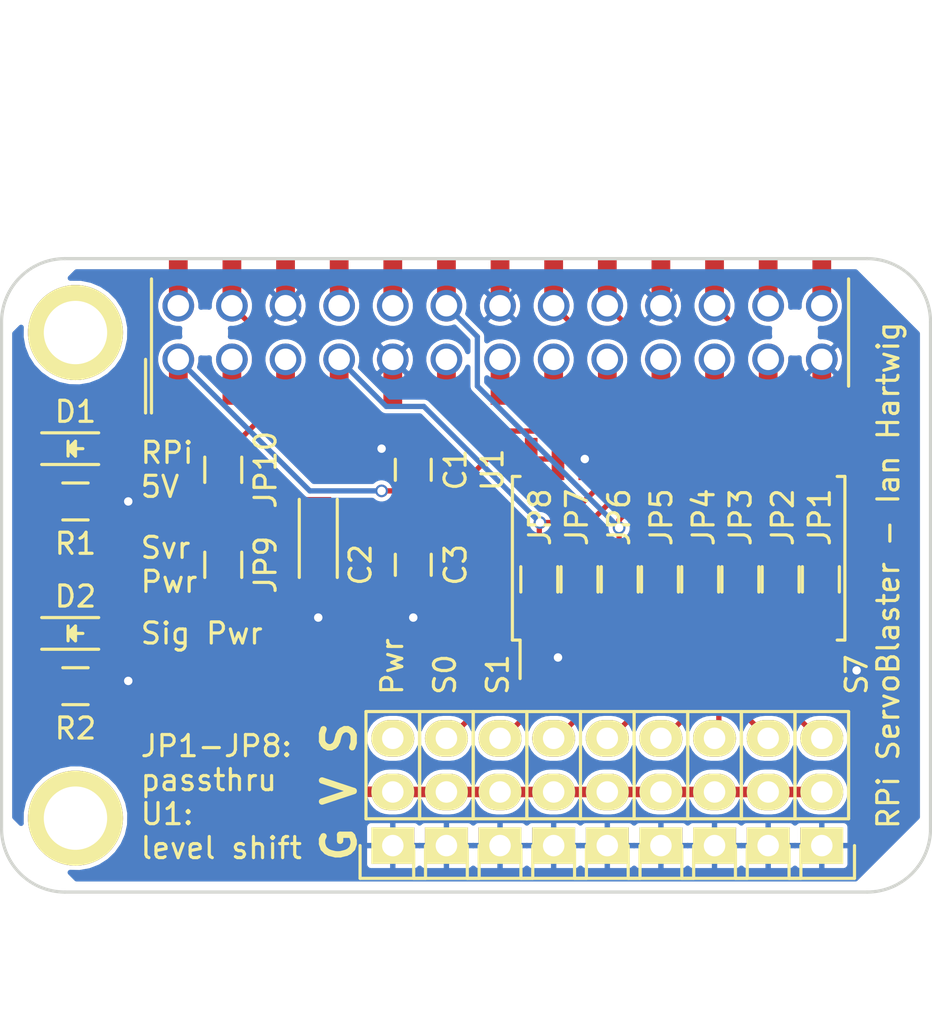
<source format=kicad_pcb>
(kicad_pcb (version 4) (host pcbnew 4.0.0-stable)

  (general
    (links 113)
    (no_connects 1)
    (area 117.5 75.605 172.831668 128.245)
    (thickness 1.6)
    (drawings 18)
    (tracks 246)
    (zones 0)
    (modules 30)
    (nets 34)
  )

  (page A4)
  (layers
    (0 F.Cu signal)
    (31 B.Cu signal)
    (32 B.Adhes user)
    (33 F.Adhes user)
    (34 B.Paste user)
    (35 F.Paste user)
    (36 B.SilkS user)
    (37 F.SilkS user)
    (38 B.Mask user)
    (39 F.Mask user)
    (40 Dwgs.User user)
    (41 Cmts.User user)
    (42 Eco1.User user)
    (43 Eco2.User user)
    (44 Edge.Cuts user)
    (45 Margin user)
    (46 B.CrtYd user)
    (47 F.CrtYd user)
    (48 B.Fab user)
    (49 F.Fab user hide)
  )

  (setup
    (last_trace_width 0.25)
    (trace_clearance 0.2)
    (zone_clearance 0.2)
    (zone_45_only no)
    (trace_min 0.2)
    (segment_width 0.2)
    (edge_width 0.15)
    (via_size 0.6)
    (via_drill 0.4)
    (via_min_size 0.4)
    (via_min_drill 0.3)
    (uvia_size 0.3)
    (uvia_drill 0.1)
    (uvias_allowed no)
    (uvia_min_size 0.2)
    (uvia_min_drill 0.1)
    (pcb_text_width 0.3)
    (pcb_text_size 1.5 1.5)
    (mod_edge_width 0.15)
    (mod_text_size 1 1)
    (mod_text_width 0.15)
    (pad_size 2.032 1.7272)
    (pad_drill 1.016)
    (pad_to_mask_clearance 0.2)
    (aux_axis_origin 120 120)
    (visible_elements FFFFFF7F)
    (pcbplotparams
      (layerselection 0x010fc_80000001)
      (usegerberextensions true)
      (excludeedgelayer true)
      (linewidth 0.100000)
      (plotframeref false)
      (viasonmask false)
      (mode 1)
      (useauxorigin true)
      (hpglpennumber 1)
      (hpglpenspeed 20)
      (hpglpendiameter 15)
      (hpglpenoverlay 2)
      (psnegative false)
      (psa4output false)
      (plotreference true)
      (plotvalue true)
      (plotinvisibletext false)
      (padsonsilk false)
      (subtractmaskfromsilk false)
      (outputformat 1)
      (mirror false)
      (drillshape 0)
      (scaleselection 1)
      (outputdirectory gerber))
  )

  (net 0 "")
  (net 1 /RPI_3V3_1)
  (net 2 GND)
  (net 3 "Net-(C2-Pad1)")
  (net 4 /GPIO25_TCK)
  (net 5 /SERVO7)
  (net 6 /GPIO24_TDO)
  (net 7 /SERVO6)
  (net 8 /GPIO23_RTCK)
  (net 9 /SERVO5)
  (net 10 /GPIO22_TRST)
  (net 11 /SERVO4)
  (net 12 /GPIO27_TMS)
  (net 13 /SERVO3)
  (net 14 /GPIO18)
  (net 15 /SERVO2)
  (net 16 /GPIO17)
  (net 17 /SERVO1)
  (net 18 /GPIO4_TDI)
  (net 19 /SERVO0)
  (net 20 VCC)
  (net 21 /RPI_VBUS)
  (net 22 /GPIO1_SDA1)
  (net 23 /GPIO3_SCL1)
  (net 24 /GPIO14_TXD0)
  (net 25 /GPIO15_RXD0)
  (net 26 /RPI3V3_2)
  (net 27 /GPIO10_MOSI)
  (net 28 /GPIO9_MISO)
  (net 29 /GPIO11_SCLK)
  (net 30 /GPIO8_CE0#)
  (net 31 /GPIO7_CE1#)
  (net 32 "Net-(D1-Pad1)")
  (net 33 "Net-(D2-Pad1)")

  (net_class Default "This is the default net class."
    (clearance 0.2)
    (trace_width 0.25)
    (via_dia 0.6)
    (via_drill 0.4)
    (uvia_dia 0.3)
    (uvia_drill 0.1)
    (add_net /GPIO10_MOSI)
    (add_net /GPIO11_SCLK)
    (add_net /GPIO14_TXD0)
    (add_net /GPIO15_RXD0)
    (add_net /GPIO17)
    (add_net /GPIO18)
    (add_net /GPIO1_SDA1)
    (add_net /GPIO22_TRST)
    (add_net /GPIO23_RTCK)
    (add_net /GPIO24_TDO)
    (add_net /GPIO25_TCK)
    (add_net /GPIO27_TMS)
    (add_net /GPIO3_SCL1)
    (add_net /GPIO4_TDI)
    (add_net /GPIO7_CE1#)
    (add_net /GPIO8_CE0#)
    (add_net /GPIO9_MISO)
    (add_net /RPI3V3_2)
    (add_net /RPI_3V3_1)
    (add_net /RPI_VBUS)
    (add_net /SERVO0)
    (add_net /SERVO1)
    (add_net /SERVO2)
    (add_net /SERVO3)
    (add_net /SERVO4)
    (add_net /SERVO5)
    (add_net /SERVO6)
    (add_net /SERVO7)
    (add_net GND)
    (add_net "Net-(C2-Pad1)")
    (add_net "Net-(D1-Pad1)")
    (add_net "Net-(D2-Pad1)")
  )

  (net_class Thick ""
    (clearance 0.2)
    (trace_width 0.5)
    (via_dia 0.9)
    (via_drill 0.4)
    (uvia_dia 0.3)
    (uvia_drill 0.1)
    (add_net VCC)
  )

  (module Capacitors_SMD:C_0805 (layer F.Cu) (tedit 5415D6EA) (tstamp 56EA38C4)
    (at 139.5 100 90)
    (descr "Capacitor SMD 0805, reflow soldering, AVX (see smccp.pdf)")
    (tags "capacitor 0805")
    (path /56EA5275)
    (attr smd)
    (fp_text reference C1 (at 0 2 90) (layer F.SilkS)
      (effects (font (size 1 1) (thickness 0.15)))
    )
    (fp_text value 0.1uF (at 0 2.1 90) (layer F.Fab)
      (effects (font (size 1 1) (thickness 0.15)))
    )
    (fp_line (start -1.8 -1) (end 1.8 -1) (layer F.CrtYd) (width 0.05))
    (fp_line (start -1.8 1) (end 1.8 1) (layer F.CrtYd) (width 0.05))
    (fp_line (start -1.8 -1) (end -1.8 1) (layer F.CrtYd) (width 0.05))
    (fp_line (start 1.8 -1) (end 1.8 1) (layer F.CrtYd) (width 0.05))
    (fp_line (start 0.5 -0.85) (end -0.5 -0.85) (layer F.SilkS) (width 0.15))
    (fp_line (start -0.5 0.85) (end 0.5 0.85) (layer F.SilkS) (width 0.15))
    (pad 1 smd rect (at -1 0 90) (size 1 1.25) (layers F.Cu F.Paste F.Mask)
      (net 1 /RPI_3V3_1))
    (pad 2 smd rect (at 1 0 90) (size 1 1.25) (layers F.Cu F.Paste F.Mask)
      (net 2 GND))
    (model Capacitors_SMD.3dshapes/C_0805.wrl
      (at (xyz 0 0 0))
      (scale (xyz 1 1 1))
      (rotate (xyz 0 0 0))
    )
  )

  (module Capacitors_Tantalum_SMD:TantalC_SizeA_EIA-3216_Reflow (layer F.Cu) (tedit 555EF642) (tstamp 56EA38CA)
    (at 135 103.5 270)
    (descr "Tantal Cap. , Size A, EIA-3216, Reflow")
    (tags "Tantal Capacitor Size-A EIA-3216 reflow")
    (path /56EA4A0A)
    (attr smd)
    (fp_text reference C2 (at 1 -2 270) (layer F.SilkS)
      (effects (font (size 1 1) (thickness 0.15)))
    )
    (fp_text value 4.7uF (at 0 2.1 270) (layer F.Fab)
      (effects (font (size 1 1) (thickness 0.15)))
    )
    (fp_line (start 1.6 0.9) (end -2.1 0.9) (layer F.SilkS) (width 0.15))
    (fp_line (start 1.6 -0.9) (end -2.1 -0.9) (layer F.SilkS) (width 0.15))
    (fp_line (start -2.5 1.2) (end 2.5 1.2) (layer F.CrtYd) (width 0.05))
    (fp_line (start 2.5 1.2) (end 2.5 -1.2) (layer F.CrtYd) (width 0.05))
    (fp_line (start 2.5 -1.2) (end -2.5 -1.2) (layer F.CrtYd) (width 0.05))
    (fp_line (start -2.5 -1.2) (end -2.5 1.2) (layer F.CrtYd) (width 0.05))
    (pad 2 smd rect (at 1.31 0 270) (size 1.8 1.23) (layers F.Cu F.Paste F.Mask)
      (net 2 GND))
    (pad 1 smd rect (at -1.31 0 270) (size 1.8 1.23) (layers F.Cu F.Paste F.Mask)
      (net 3 "Net-(C2-Pad1)"))
    (model Capacitors_Tantalum_SMD.3dshapes/TantalC_SizeA_EIA-3216_Reflow.wrl
      (at (xyz 0 0 0))
      (scale (xyz 1 1 1))
      (rotate (xyz 0 0 180))
    )
  )

  (module Capacitors_SMD:C_0805 (layer F.Cu) (tedit 5415D6EA) (tstamp 56EA38D0)
    (at 139.5 104.5 270)
    (descr "Capacitor SMD 0805, reflow soldering, AVX (see smccp.pdf)")
    (tags "capacitor 0805")
    (path /56EA4A82)
    (attr smd)
    (fp_text reference C3 (at 0 -2 270) (layer F.SilkS)
      (effects (font (size 1 1) (thickness 0.15)))
    )
    (fp_text value 0.1uF (at 0 2.1 270) (layer F.Fab)
      (effects (font (size 1 1) (thickness 0.15)))
    )
    (fp_line (start -1.8 -1) (end 1.8 -1) (layer F.CrtYd) (width 0.05))
    (fp_line (start -1.8 1) (end 1.8 1) (layer F.CrtYd) (width 0.05))
    (fp_line (start -1.8 -1) (end -1.8 1) (layer F.CrtYd) (width 0.05))
    (fp_line (start 1.8 -1) (end 1.8 1) (layer F.CrtYd) (width 0.05))
    (fp_line (start 0.5 -0.85) (end -0.5 -0.85) (layer F.SilkS) (width 0.15))
    (fp_line (start -0.5 0.85) (end 0.5 0.85) (layer F.SilkS) (width 0.15))
    (pad 1 smd rect (at -1 0 270) (size 1 1.25) (layers F.Cu F.Paste F.Mask)
      (net 3 "Net-(C2-Pad1)"))
    (pad 2 smd rect (at 1 0 270) (size 1 1.25) (layers F.Cu F.Paste F.Mask)
      (net 2 GND))
    (model Capacitors_SMD.3dshapes/C_0805.wrl
      (at (xyz 0 0 0))
      (scale (xyz 1 1 1))
      (rotate (xyz 0 0 0))
    )
  )

  (module servoblaster-breakout-special:hole-no4 (layer F.Cu) (tedit 56EA1EA8) (tstamp 56EA38D5)
    (at 156 78)
    (path /56EA1331)
    (fp_text reference H1 (at 7.62 1.27) (layer F.SilkS) hide
      (effects (font (size 1 1) (thickness 0.15)))
    )
    (fp_text value hole-grounded-no4 (at 8.89 -1.27) (layer F.Fab) hide
      (effects (font (size 1 1) (thickness 0.15)))
    )
    (pad 1 thru_hole circle (at -32.5 15.5) (size 4.5 4.5) (drill 3) (layers *.Cu *.Mask F.SilkS))
  )

  (module servoblaster-breakout-special:hole-no4 (layer F.Cu) (tedit 56EA1E84) (tstamp 56EA38DA)
    (at 153 126)
    (path /56EA1386)
    (fp_text reference H2 (at 7.62 1.27) (layer F.SilkS) hide
      (effects (font (size 1 1) (thickness 0.15)))
    )
    (fp_text value hole-grounded-no4 (at 8.89 -1.27) (layer F.Fab) hide
      (effects (font (size 1 1) (thickness 0.15)))
    )
    (pad 1 thru_hole circle (at -29.5 -9.5) (size 4.5 4.5) (drill 3) (layers *.Cu *.Mask F.SilkS))
  )

  (module servoblaster-breakout-special:SB_0805 (layer F.Cu) (tedit 56EA1AA5) (tstamp 56EA38E2)
    (at 158.805 105.19 270)
    (descr "Solder Bridge SMD 0805, reflow soldering, Vishay (see dcrcw.pdf)")
    (tags "solderbridge 0805")
    (path /56EA1631)
    (attr smd)
    (fp_text reference JP1 (at -2.94 0.055 270) (layer F.SilkS)
      (effects (font (size 1 1) (thickness 0.15)))
    )
    (fp_text value Jumper_NO_Small (at 0 2.1 270) (layer F.Fab)
      (effects (font (size 1 1) (thickness 0.15)))
    )
    (fp_line (start -1.6 -1) (end 1.6 -1) (layer F.CrtYd) (width 0.05))
    (fp_line (start -1.6 1) (end 1.6 1) (layer F.CrtYd) (width 0.05))
    (fp_line (start -1.6 -1) (end -1.6 1) (layer F.CrtYd) (width 0.05))
    (fp_line (start 1.6 -1) (end 1.6 1) (layer F.CrtYd) (width 0.05))
    (fp_line (start 0.6 0.875) (end -0.6 0.875) (layer F.SilkS) (width 0.15))
    (fp_line (start -0.6 -0.875) (end 0.6 -0.875) (layer F.SilkS) (width 0.15))
    (pad 1 smd rect (at -0.95 0 270) (size 0.7 1.3) (layers F.Cu F.Paste F.Mask)
      (net 4 /GPIO25_TCK))
    (pad 2 smd rect (at 0.95 0 270) (size 0.7 1.3) (layers F.Cu F.Paste F.Mask)
      (net 5 /SERVO7))
    (pad ` smd trapezoid (at -0.4 0 270) (size 0.4 1) (rect_delta 0.3 0 ) (layers F.Cu F.Paste F.Mask))
    (pad 2 smd trapezoid (at 0.4 0 270) (size 0.4 1) (rect_delta -0.3 0 ) (layers F.Cu F.Paste F.Mask)
      (net 5 /SERVO7))
    (model Resistors_SMD.3dshapes/R_0805.wrl
      (at (xyz 0 0 0))
      (scale (xyz 1 1 1))
      (rotate (xyz 0 0 0))
    )
  )

  (module servoblaster-breakout-special:SB_0805 (layer F.Cu) (tedit 56EA1AA5) (tstamp 56EA38EA)
    (at 156.9 105.19 270)
    (descr "Solder Bridge SMD 0805, reflow soldering, Vishay (see dcrcw.pdf)")
    (tags "solderbridge 0805")
    (path /56EA175C)
    (attr smd)
    (fp_text reference JP2 (at -2.94 -0.1 270) (layer F.SilkS)
      (effects (font (size 1 1) (thickness 0.15)))
    )
    (fp_text value Jumper_NO_Small (at 0 2.1 270) (layer F.Fab)
      (effects (font (size 1 1) (thickness 0.15)))
    )
    (fp_line (start -1.6 -1) (end 1.6 -1) (layer F.CrtYd) (width 0.05))
    (fp_line (start -1.6 1) (end 1.6 1) (layer F.CrtYd) (width 0.05))
    (fp_line (start -1.6 -1) (end -1.6 1) (layer F.CrtYd) (width 0.05))
    (fp_line (start 1.6 -1) (end 1.6 1) (layer F.CrtYd) (width 0.05))
    (fp_line (start 0.6 0.875) (end -0.6 0.875) (layer F.SilkS) (width 0.15))
    (fp_line (start -0.6 -0.875) (end 0.6 -0.875) (layer F.SilkS) (width 0.15))
    (pad 1 smd rect (at -0.95 0 270) (size 0.7 1.3) (layers F.Cu F.Paste F.Mask)
      (net 6 /GPIO24_TDO))
    (pad 2 smd rect (at 0.95 0 270) (size 0.7 1.3) (layers F.Cu F.Paste F.Mask)
      (net 7 /SERVO6))
    (pad ` smd trapezoid (at -0.4 0 270) (size 0.4 1) (rect_delta 0.3 0 ) (layers F.Cu F.Paste F.Mask))
    (pad 2 smd trapezoid (at 0.4 0 270) (size 0.4 1) (rect_delta -0.3 0 ) (layers F.Cu F.Paste F.Mask)
      (net 7 /SERVO6))
    (model Resistors_SMD.3dshapes/R_0805.wrl
      (at (xyz 0 0 0))
      (scale (xyz 1 1 1))
      (rotate (xyz 0 0 0))
    )
  )

  (module servoblaster-breakout-special:SB_0805 (layer F.Cu) (tedit 56EA1AA5) (tstamp 56EA38F2)
    (at 154.995 105.19 270)
    (descr "Solder Bridge SMD 0805, reflow soldering, Vishay (see dcrcw.pdf)")
    (tags "solderbridge 0805")
    (path /56EA179F)
    (attr smd)
    (fp_text reference JP3 (at -2.94 -0.005 270) (layer F.SilkS)
      (effects (font (size 1 1) (thickness 0.15)))
    )
    (fp_text value Jumper_NO_Small (at 0 2.1 270) (layer F.Fab)
      (effects (font (size 1 1) (thickness 0.15)))
    )
    (fp_line (start -1.6 -1) (end 1.6 -1) (layer F.CrtYd) (width 0.05))
    (fp_line (start -1.6 1) (end 1.6 1) (layer F.CrtYd) (width 0.05))
    (fp_line (start -1.6 -1) (end -1.6 1) (layer F.CrtYd) (width 0.05))
    (fp_line (start 1.6 -1) (end 1.6 1) (layer F.CrtYd) (width 0.05))
    (fp_line (start 0.6 0.875) (end -0.6 0.875) (layer F.SilkS) (width 0.15))
    (fp_line (start -0.6 -0.875) (end 0.6 -0.875) (layer F.SilkS) (width 0.15))
    (pad 1 smd rect (at -0.95 0 270) (size 0.7 1.3) (layers F.Cu F.Paste F.Mask)
      (net 8 /GPIO23_RTCK))
    (pad 2 smd rect (at 0.95 0 270) (size 0.7 1.3) (layers F.Cu F.Paste F.Mask)
      (net 9 /SERVO5))
    (pad ` smd trapezoid (at -0.4 0 270) (size 0.4 1) (rect_delta 0.3 0 ) (layers F.Cu F.Paste F.Mask))
    (pad 2 smd trapezoid (at 0.4 0 270) (size 0.4 1) (rect_delta -0.3 0 ) (layers F.Cu F.Paste F.Mask)
      (net 9 /SERVO5))
    (model Resistors_SMD.3dshapes/R_0805.wrl
      (at (xyz 0 0 0))
      (scale (xyz 1 1 1))
      (rotate (xyz 0 0 0))
    )
  )

  (module servoblaster-breakout-special:SB_0805 (layer F.Cu) (tedit 56EA1AA5) (tstamp 56EA38FA)
    (at 153.09 105.19 270)
    (descr "Solder Bridge SMD 0805, reflow soldering, Vishay (see dcrcw.pdf)")
    (tags "solderbridge 0805")
    (path /56EA17DD)
    (attr smd)
    (fp_text reference JP4 (at -2.94 -0.16 270) (layer F.SilkS)
      (effects (font (size 1 1) (thickness 0.15)))
    )
    (fp_text value Jumper_NO_Small (at 0 2.1 270) (layer F.Fab)
      (effects (font (size 1 1) (thickness 0.15)))
    )
    (fp_line (start -1.6 -1) (end 1.6 -1) (layer F.CrtYd) (width 0.05))
    (fp_line (start -1.6 1) (end 1.6 1) (layer F.CrtYd) (width 0.05))
    (fp_line (start -1.6 -1) (end -1.6 1) (layer F.CrtYd) (width 0.05))
    (fp_line (start 1.6 -1) (end 1.6 1) (layer F.CrtYd) (width 0.05))
    (fp_line (start 0.6 0.875) (end -0.6 0.875) (layer F.SilkS) (width 0.15))
    (fp_line (start -0.6 -0.875) (end 0.6 -0.875) (layer F.SilkS) (width 0.15))
    (pad 1 smd rect (at -0.95 0 270) (size 0.7 1.3) (layers F.Cu F.Paste F.Mask)
      (net 10 /GPIO22_TRST))
    (pad 2 smd rect (at 0.95 0 270) (size 0.7 1.3) (layers F.Cu F.Paste F.Mask)
      (net 11 /SERVO4))
    (pad ` smd trapezoid (at -0.4 0 270) (size 0.4 1) (rect_delta 0.3 0 ) (layers F.Cu F.Paste F.Mask))
    (pad 2 smd trapezoid (at 0.4 0 270) (size 0.4 1) (rect_delta -0.3 0 ) (layers F.Cu F.Paste F.Mask)
      (net 11 /SERVO4))
    (model Resistors_SMD.3dshapes/R_0805.wrl
      (at (xyz 0 0 0))
      (scale (xyz 1 1 1))
      (rotate (xyz 0 0 0))
    )
  )

  (module servoblaster-breakout-special:SB_0805 (layer F.Cu) (tedit 56EA1AA5) (tstamp 56EA3902)
    (at 151.185 105.19 270)
    (descr "Solder Bridge SMD 0805, reflow soldering, Vishay (see dcrcw.pdf)")
    (tags "solderbridge 0805")
    (path /56EA181E)
    (attr smd)
    (fp_text reference JP5 (at -2.94 -0.065 270) (layer F.SilkS)
      (effects (font (size 1 1) (thickness 0.15)))
    )
    (fp_text value Jumper_NO_Small (at 0 2.1 270) (layer F.Fab)
      (effects (font (size 1 1) (thickness 0.15)))
    )
    (fp_line (start -1.6 -1) (end 1.6 -1) (layer F.CrtYd) (width 0.05))
    (fp_line (start -1.6 1) (end 1.6 1) (layer F.CrtYd) (width 0.05))
    (fp_line (start -1.6 -1) (end -1.6 1) (layer F.CrtYd) (width 0.05))
    (fp_line (start 1.6 -1) (end 1.6 1) (layer F.CrtYd) (width 0.05))
    (fp_line (start 0.6 0.875) (end -0.6 0.875) (layer F.SilkS) (width 0.15))
    (fp_line (start -0.6 -0.875) (end 0.6 -0.875) (layer F.SilkS) (width 0.15))
    (pad 1 smd rect (at -0.95 0 270) (size 0.7 1.3) (layers F.Cu F.Paste F.Mask)
      (net 12 /GPIO27_TMS))
    (pad 2 smd rect (at 0.95 0 270) (size 0.7 1.3) (layers F.Cu F.Paste F.Mask)
      (net 13 /SERVO3))
    (pad ` smd trapezoid (at -0.4 0 270) (size 0.4 1) (rect_delta 0.3 0 ) (layers F.Cu F.Paste F.Mask))
    (pad 2 smd trapezoid (at 0.4 0 270) (size 0.4 1) (rect_delta -0.3 0 ) (layers F.Cu F.Paste F.Mask)
      (net 13 /SERVO3))
    (model Resistors_SMD.3dshapes/R_0805.wrl
      (at (xyz 0 0 0))
      (scale (xyz 1 1 1))
      (rotate (xyz 0 0 0))
    )
  )

  (module servoblaster-breakout-special:SB_0805 (layer F.Cu) (tedit 56EA1AA5) (tstamp 56EA390A)
    (at 149.28 105.19 270)
    (descr "Solder Bridge SMD 0805, reflow soldering, Vishay (see dcrcw.pdf)")
    (tags "solderbridge 0805")
    (path /56EA1862)
    (attr smd)
    (fp_text reference JP6 (at -2.94 0.03 270) (layer F.SilkS)
      (effects (font (size 1 1) (thickness 0.15)))
    )
    (fp_text value Jumper_NO_Small (at 0 2.1 270) (layer F.Fab)
      (effects (font (size 1 1) (thickness 0.15)))
    )
    (fp_line (start -1.6 -1) (end 1.6 -1) (layer F.CrtYd) (width 0.05))
    (fp_line (start -1.6 1) (end 1.6 1) (layer F.CrtYd) (width 0.05))
    (fp_line (start -1.6 -1) (end -1.6 1) (layer F.CrtYd) (width 0.05))
    (fp_line (start 1.6 -1) (end 1.6 1) (layer F.CrtYd) (width 0.05))
    (fp_line (start 0.6 0.875) (end -0.6 0.875) (layer F.SilkS) (width 0.15))
    (fp_line (start -0.6 -0.875) (end 0.6 -0.875) (layer F.SilkS) (width 0.15))
    (pad 1 smd rect (at -0.95 0 270) (size 0.7 1.3) (layers F.Cu F.Paste F.Mask)
      (net 14 /GPIO18))
    (pad 2 smd rect (at 0.95 0 270) (size 0.7 1.3) (layers F.Cu F.Paste F.Mask)
      (net 15 /SERVO2))
    (pad ` smd trapezoid (at -0.4 0 270) (size 0.4 1) (rect_delta 0.3 0 ) (layers F.Cu F.Paste F.Mask))
    (pad 2 smd trapezoid (at 0.4 0 270) (size 0.4 1) (rect_delta -0.3 0 ) (layers F.Cu F.Paste F.Mask)
      (net 15 /SERVO2))
    (model Resistors_SMD.3dshapes/R_0805.wrl
      (at (xyz 0 0 0))
      (scale (xyz 1 1 1))
      (rotate (xyz 0 0 0))
    )
  )

  (module servoblaster-breakout-special:SB_0805 (layer F.Cu) (tedit 56EA1AA5) (tstamp 56EA3912)
    (at 147.375 105.19 270)
    (descr "Solder Bridge SMD 0805, reflow soldering, Vishay (see dcrcw.pdf)")
    (tags "solderbridge 0805")
    (path /56EA18A9)
    (attr smd)
    (fp_text reference JP7 (at -2.94 0.125 270) (layer F.SilkS)
      (effects (font (size 1 1) (thickness 0.15)))
    )
    (fp_text value Jumper_NO_Small (at 0 2.1 270) (layer F.Fab)
      (effects (font (size 1 1) (thickness 0.15)))
    )
    (fp_line (start -1.6 -1) (end 1.6 -1) (layer F.CrtYd) (width 0.05))
    (fp_line (start -1.6 1) (end 1.6 1) (layer F.CrtYd) (width 0.05))
    (fp_line (start -1.6 -1) (end -1.6 1) (layer F.CrtYd) (width 0.05))
    (fp_line (start 1.6 -1) (end 1.6 1) (layer F.CrtYd) (width 0.05))
    (fp_line (start 0.6 0.875) (end -0.6 0.875) (layer F.SilkS) (width 0.15))
    (fp_line (start -0.6 -0.875) (end 0.6 -0.875) (layer F.SilkS) (width 0.15))
    (pad 1 smd rect (at -0.95 0 270) (size 0.7 1.3) (layers F.Cu F.Paste F.Mask)
      (net 16 /GPIO17))
    (pad 2 smd rect (at 0.95 0 270) (size 0.7 1.3) (layers F.Cu F.Paste F.Mask)
      (net 17 /SERVO1))
    (pad ` smd trapezoid (at -0.4 0 270) (size 0.4 1) (rect_delta 0.3 0 ) (layers F.Cu F.Paste F.Mask))
    (pad 2 smd trapezoid (at 0.4 0 270) (size 0.4 1) (rect_delta -0.3 0 ) (layers F.Cu F.Paste F.Mask)
      (net 17 /SERVO1))
    (model Resistors_SMD.3dshapes/R_0805.wrl
      (at (xyz 0 0 0))
      (scale (xyz 1 1 1))
      (rotate (xyz 0 0 0))
    )
  )

  (module servoblaster-breakout-special:SB_0805 (layer F.Cu) (tedit 56EA1AA5) (tstamp 56EA391A)
    (at 145.47 105.19 270)
    (descr "Solder Bridge SMD 0805, reflow soldering, Vishay (see dcrcw.pdf)")
    (tags "solderbridge 0805")
    (path /56EA18F3)
    (attr smd)
    (fp_text reference JP8 (at -2.94 -0.03 270) (layer F.SilkS)
      (effects (font (size 1 1) (thickness 0.15)))
    )
    (fp_text value Jumper_NO_Small (at 0 2.1 270) (layer F.Fab)
      (effects (font (size 1 1) (thickness 0.15)))
    )
    (fp_line (start -1.6 -1) (end 1.6 -1) (layer F.CrtYd) (width 0.05))
    (fp_line (start -1.6 1) (end 1.6 1) (layer F.CrtYd) (width 0.05))
    (fp_line (start -1.6 -1) (end -1.6 1) (layer F.CrtYd) (width 0.05))
    (fp_line (start 1.6 -1) (end 1.6 1) (layer F.CrtYd) (width 0.05))
    (fp_line (start 0.6 0.875) (end -0.6 0.875) (layer F.SilkS) (width 0.15))
    (fp_line (start -0.6 -0.875) (end 0.6 -0.875) (layer F.SilkS) (width 0.15))
    (pad 1 smd rect (at -0.95 0 270) (size 0.7 1.3) (layers F.Cu F.Paste F.Mask)
      (net 18 /GPIO4_TDI))
    (pad 2 smd rect (at 0.95 0 270) (size 0.7 1.3) (layers F.Cu F.Paste F.Mask)
      (net 19 /SERVO0))
    (pad ` smd trapezoid (at -0.4 0 270) (size 0.4 1) (rect_delta 0.3 0 ) (layers F.Cu F.Paste F.Mask))
    (pad 2 smd trapezoid (at 0.4 0 270) (size 0.4 1) (rect_delta -0.3 0 ) (layers F.Cu F.Paste F.Mask)
      (net 19 /SERVO0))
    (model Resistors_SMD.3dshapes/R_0805.wrl
      (at (xyz 0 0 0))
      (scale (xyz 1 1 1))
      (rotate (xyz 0 0 0))
    )
  )

  (module servoblaster-breakout-special:SB_0805 (layer F.Cu) (tedit 56EA1AA5) (tstamp 56EA3922)
    (at 130.5 104.5 270)
    (descr "Solder Bridge SMD 0805, reflow soldering, Vishay (see dcrcw.pdf)")
    (tags "solderbridge 0805")
    (path /56EA3537)
    (attr smd)
    (fp_text reference JP9 (at 0 -2 270) (layer F.SilkS)
      (effects (font (size 1 1) (thickness 0.15)))
    )
    (fp_text value Jumper_NO_Small (at 0 2.1 270) (layer F.Fab)
      (effects (font (size 1 1) (thickness 0.15)))
    )
    (fp_line (start -1.6 -1) (end 1.6 -1) (layer F.CrtYd) (width 0.05))
    (fp_line (start -1.6 1) (end 1.6 1) (layer F.CrtYd) (width 0.05))
    (fp_line (start -1.6 -1) (end -1.6 1) (layer F.CrtYd) (width 0.05))
    (fp_line (start 1.6 -1) (end 1.6 1) (layer F.CrtYd) (width 0.05))
    (fp_line (start 0.6 0.875) (end -0.6 0.875) (layer F.SilkS) (width 0.15))
    (fp_line (start -0.6 -0.875) (end 0.6 -0.875) (layer F.SilkS) (width 0.15))
    (pad 1 smd rect (at -0.95 0 270) (size 0.7 1.3) (layers F.Cu F.Paste F.Mask)
      (net 3 "Net-(C2-Pad1)"))
    (pad 2 smd rect (at 0.95 0 270) (size 0.7 1.3) (layers F.Cu F.Paste F.Mask)
      (net 20 VCC))
    (pad ` smd trapezoid (at -0.4 0 270) (size 0.4 1) (rect_delta 0.3 0 ) (layers F.Cu F.Paste F.Mask))
    (pad 2 smd trapezoid (at 0.4 0 270) (size 0.4 1) (rect_delta -0.3 0 ) (layers F.Cu F.Paste F.Mask)
      (net 20 VCC))
    (model Resistors_SMD.3dshapes/R_0805.wrl
      (at (xyz 0 0 0))
      (scale (xyz 1 1 1))
      (rotate (xyz 0 0 0))
    )
  )

  (module servoblaster-breakout-special:SB_0805 (layer F.Cu) (tedit 56EA1AA5) (tstamp 56EA392A)
    (at 130.5 100 90)
    (descr "Solder Bridge SMD 0805, reflow soldering, Vishay (see dcrcw.pdf)")
    (tags "solderbridge 0805")
    (path /56EA34C8)
    (attr smd)
    (fp_text reference JP10 (at 0 2 90) (layer F.SilkS)
      (effects (font (size 1 1) (thickness 0.15)))
    )
    (fp_text value Jumper_NO_Small (at 0 2.1 90) (layer F.Fab)
      (effects (font (size 1 1) (thickness 0.15)))
    )
    (fp_line (start -1.6 -1) (end 1.6 -1) (layer F.CrtYd) (width 0.05))
    (fp_line (start -1.6 1) (end 1.6 1) (layer F.CrtYd) (width 0.05))
    (fp_line (start -1.6 -1) (end -1.6 1) (layer F.CrtYd) (width 0.05))
    (fp_line (start 1.6 -1) (end 1.6 1) (layer F.CrtYd) (width 0.05))
    (fp_line (start 0.6 0.875) (end -0.6 0.875) (layer F.SilkS) (width 0.15))
    (fp_line (start -0.6 -0.875) (end 0.6 -0.875) (layer F.SilkS) (width 0.15))
    (pad 1 smd rect (at -0.95 0 90) (size 0.7 1.3) (layers F.Cu F.Paste F.Mask)
      (net 3 "Net-(C2-Pad1)"))
    (pad 2 smd rect (at 0.95 0 90) (size 0.7 1.3) (layers F.Cu F.Paste F.Mask)
      (net 21 /RPI_VBUS))
    (pad ` smd trapezoid (at -0.4 0 90) (size 0.4 1) (rect_delta 0.3 0 ) (layers F.Cu F.Paste F.Mask))
    (pad 2 smd trapezoid (at 0.4 0 90) (size 0.4 1) (rect_delta -0.3 0 ) (layers F.Cu F.Paste F.Mask)
      (net 21 /RPI_VBUS))
    (model Resistors_SMD.3dshapes/R_0805.wrl
      (at (xyz 0 0 0))
      (scale (xyz 1 1 1))
      (rotate (xyz 0 0 0))
    )
  )

  (module servoblaster-breakout-special:Pin_Header_Straight_TH-SMT_2x13 (layer F.Cu) (tedit 56AD2B43) (tstamp 56EA396B)
    (at 128.37 94.77 90)
    (descr "Through hole pin header")
    (tags "pin header")
    (path /56EA04B8)
    (fp_text reference P1 (at 0 -5.1 90) (layer F.SilkS)
      (effects (font (size 1 1) (thickness 0.15)))
    )
    (fp_text value CONN_02X13 (at 0 -3.1 90) (layer F.Fab)
      (effects (font (size 1 1) (thickness 0.15)))
    )
    (fp_line (start -1.27 -1.27) (end -1.27 31.75) (layer F.CrtYd) (width 0.05))
    (fp_line (start 3.81 -1.27) (end 3.81 31.75) (layer F.CrtYd) (width 0.05))
    (fp_line (start -1.27 -1.27) (end 3.81 -1.27) (layer F.CrtYd) (width 0.05))
    (fp_line (start -1.27 31.75) (end 3.81 31.75) (layer F.CrtYd) (width 0.05))
    (fp_line (start 3.81 31.75) (end -1.27 31.75) (layer F.SilkS) (width 0.15))
    (fp_line (start 0 -1.55) (end -2.54 -1.55) (layer F.SilkS) (width 0.15))
    (fp_line (start 3.81 -1.27) (end -2.54 -1.27) (layer F.SilkS) (width 0.15))
    (pad 1 smd rect (at -1.31 0 90) (size 1.68 0.889) (layers F.Cu F.Paste F.Mask)
      (net 1 /RPI_3V3_1))
    (pad 2 smd rect (at 3.85 0 90) (size 1.68 0.889) (layers F.Cu F.Paste F.Mask)
      (net 21 /RPI_VBUS))
    (pad 3 smd rect (at -1.31 2.54 90) (size 1.68 0.889) (layers F.Cu F.Paste F.Mask)
      (net 22 /GPIO1_SDA1))
    (pad 4 smd rect (at 3.85 2.54 90) (size 1.68 0.889) (layers F.Cu F.Paste F.Mask)
      (net 21 /RPI_VBUS))
    (pad 5 smd rect (at -1.31 5.08 90) (size 1.68 0.889) (layers F.Cu F.Paste F.Mask)
      (net 23 /GPIO3_SCL1))
    (pad 6 smd rect (at 3.85 5.08 90) (size 1.68 0.889) (layers F.Cu F.Paste F.Mask)
      (net 2 GND))
    (pad 7 smd rect (at -1.31 7.62 90) (size 1.68 0.889) (layers F.Cu F.Paste F.Mask)
      (net 18 /GPIO4_TDI))
    (pad 8 smd rect (at 3.85 7.62 90) (size 1.68 0.889) (layers F.Cu F.Paste F.Mask)
      (net 24 /GPIO14_TXD0))
    (pad 9 smd rect (at -1.31 10.16 90) (size 1.68 0.889) (layers F.Cu F.Paste F.Mask)
      (net 2 GND))
    (pad 10 smd rect (at 3.85 10.16 90) (size 1.68 0.889) (layers F.Cu F.Paste F.Mask)
      (net 25 /GPIO15_RXD0))
    (pad 11 smd rect (at -1.31 12.7 90) (size 1.68 0.889) (layers F.Cu F.Paste F.Mask)
      (net 16 /GPIO17))
    (pad 12 smd rect (at 3.85 12.7 90) (size 1.68 0.889) (layers F.Cu F.Paste F.Mask)
      (net 14 /GPIO18))
    (pad 13 smd rect (at -1.31 15.24 90) (size 1.68 0.889) (layers F.Cu F.Paste F.Mask)
      (net 12 /GPIO27_TMS))
    (pad 14 smd rect (at 3.85 15.24 90) (size 1.68 0.889) (layers F.Cu F.Paste F.Mask)
      (net 2 GND))
    (pad 15 smd rect (at -1.31 17.78 90) (size 1.68 0.889) (layers F.Cu F.Paste F.Mask)
      (net 10 /GPIO22_TRST))
    (pad 16 smd rect (at 3.85 17.78 90) (size 1.68 0.889) (layers F.Cu F.Paste F.Mask)
      (net 8 /GPIO23_RTCK))
    (pad 17 smd rect (at -1.31 20.32 90) (size 1.68 0.889) (layers F.Cu F.Paste F.Mask)
      (net 26 /RPI3V3_2))
    (pad 18 smd rect (at 3.85 20.32 90) (size 1.68 0.889) (layers F.Cu F.Paste F.Mask)
      (net 6 /GPIO24_TDO))
    (pad 19 smd rect (at -1.31 22.86 90) (size 1.68 0.889) (layers F.Cu F.Paste F.Mask)
      (net 27 /GPIO10_MOSI))
    (pad 20 smd rect (at 3.85 22.86 90) (size 1.68 0.889) (layers F.Cu F.Paste F.Mask)
      (net 2 GND))
    (pad 21 smd rect (at -1.31 25.4 90) (size 1.68 0.889) (layers F.Cu F.Paste F.Mask)
      (net 28 /GPIO9_MISO))
    (pad 22 smd rect (at 3.85 25.4 90) (size 1.68 0.889) (layers F.Cu F.Paste F.Mask)
      (net 4 /GPIO25_TCK))
    (pad 23 smd rect (at -1.31 27.94 90) (size 1.68 0.889) (layers F.Cu F.Paste F.Mask)
      (net 29 /GPIO11_SCLK))
    (pad 24 smd rect (at 3.85 27.94 90) (size 1.68 0.889) (layers F.Cu F.Paste F.Mask)
      (net 30 /GPIO8_CE0#))
    (pad 25 smd rect (at -1.31 30.48 90) (size 1.68 0.889) (layers F.Cu F.Paste F.Mask)
      (net 2 GND))
    (pad 26 smd rect (at 3.85 30.48 90) (size 1.68 0.889) (layers F.Cu F.Paste F.Mask)
      (net 31 /GPIO7_CE1#))
    (pad 1 thru_hole circle (at 0 0 90) (size 1.5 1.5) (drill 1.016) (layers *.Cu *.Mask)
      (net 1 /RPI_3V3_1))
    (pad "" np_thru_hole circle (at 1.27 1.27 90) (size 1.78 1.78) (drill 1.78) (layers *.Cu)
      (solder_mask_margin 0.001))
    (pad 2 thru_hole circle (at 2.54 0 90) (size 1.5 1.5) (drill 1.016) (layers *.Cu *.Mask)
      (net 21 /RPI_VBUS))
    (pad 3 thru_hole circle (at 0 2.54 90) (size 1.5 1.5) (drill 1.016) (layers *.Cu *.Mask)
      (net 22 /GPIO1_SDA1))
    (pad 5 thru_hole circle (at 0 5.08 90) (size 1.5 1.5) (drill 1.016) (layers *.Cu *.Mask)
      (net 23 /GPIO3_SCL1))
    (pad 7 thru_hole circle (at 0 7.62 90) (size 1.5 1.5) (drill 1.016) (layers *.Cu *.Mask)
      (net 18 /GPIO4_TDI))
    (pad 9 thru_hole circle (at 0 10.16 90) (size 1.5 1.5) (drill 1.016) (layers *.Cu *.Mask)
      (net 2 GND))
    (pad 11 thru_hole circle (at 0 12.7 90) (size 1.5 1.5) (drill 1.016) (layers *.Cu *.Mask)
      (net 16 /GPIO17))
    (pad 13 thru_hole circle (at 0 15.24 90) (size 1.5 1.5) (drill 1.016) (layers *.Cu *.Mask)
      (net 12 /GPIO27_TMS))
    (pad 15 thru_hole circle (at 0 17.78 90) (size 1.5 1.5) (drill 1.016) (layers *.Cu *.Mask)
      (net 10 /GPIO22_TRST))
    (pad 17 thru_hole circle (at 0 20.32 90) (size 1.5 1.5) (drill 1.016) (layers *.Cu *.Mask)
      (net 26 /RPI3V3_2))
    (pad 19 thru_hole circle (at 0 22.86 90) (size 1.5 1.5) (drill 1.016) (layers *.Cu *.Mask)
      (net 27 /GPIO10_MOSI))
    (pad 21 thru_hole circle (at 0 25.4 90) (size 1.5 1.5) (drill 1.016) (layers *.Cu *.Mask)
      (net 28 /GPIO9_MISO))
    (pad 23 thru_hole circle (at 0 27.94 90) (size 1.5 1.5) (drill 1.016) (layers *.Cu *.Mask)
      (net 29 /GPIO11_SCLK))
    (pad 25 thru_hole circle (at 0 30.48 90) (size 1.5 1.5) (drill 1.016) (layers *.Cu *.Mask)
      (net 2 GND))
    (pad 4 thru_hole circle (at 2.54 2.54 90) (size 1.5 1.5) (drill 1.016) (layers *.Cu *.Mask)
      (net 21 /RPI_VBUS))
    (pad 6 thru_hole circle (at 2.54 5.08 90) (size 1.5 1.5) (drill 1.016) (layers *.Cu *.Mask)
      (net 2 GND))
    (pad 8 thru_hole circle (at 2.54 7.62 90) (size 1.5 1.5) (drill 1.016) (layers *.Cu *.Mask)
      (net 24 /GPIO14_TXD0))
    (pad 10 thru_hole circle (at 2.54 10.16 90) (size 1.5 1.5) (drill 1.016) (layers *.Cu *.Mask)
      (net 25 /GPIO15_RXD0))
    (pad 12 thru_hole circle (at 2.54 12.7 90) (size 1.5 1.5) (drill 1.016) (layers *.Cu *.Mask)
      (net 14 /GPIO18))
    (pad 14 thru_hole circle (at 2.54 15.24 90) (size 1.5 1.5) (drill 1.016) (layers *.Cu *.Mask)
      (net 2 GND))
    (pad 16 thru_hole circle (at 2.54 17.78 90) (size 1.5 1.5) (drill 1.016) (layers *.Cu *.Mask)
      (net 8 /GPIO23_RTCK))
    (pad 18 thru_hole circle (at 2.54 20.32 90) (size 1.5 1.5) (drill 1.016) (layers *.Cu *.Mask)
      (net 6 /GPIO24_TDO))
    (pad 20 thru_hole circle (at 2.54 22.86 90) (size 1.5 1.5) (drill 1.016) (layers *.Cu *.Mask)
      (net 2 GND))
    (pad 22 thru_hole circle (at 2.54 25.4 90) (size 1.5 1.5) (drill 1.016) (layers *.Cu *.Mask)
      (net 4 /GPIO25_TCK))
    (pad 24 thru_hole circle (at 2.54 27.94 90) (size 1.5 1.5) (drill 1.016) (layers *.Cu *.Mask)
      (net 30 /GPIO8_CE0#))
    (pad 26 thru_hole circle (at 2.54 30.48 90) (size 1.5 1.5) (drill 1.016) (layers *.Cu *.Mask)
      (net 31 /GPIO7_CE1#))
    (pad "" np_thru_hole circle (at 1.27 29.21 90) (size 1.78 1.78) (drill 1.78) (layers *.Cu))
    (model Pin_Headers.3dshapes/Pin_Header_Straight_2x13.wrl
      (at (xyz 0.05 -0.6 0))
      (scale (xyz 1 1 1))
      (rotate (xyz 0 0 90))
    )
  )

  (module Pin_Headers:Pin_Header_Straight_1x03 (layer F.Cu) (tedit 56EA38A1) (tstamp 56EA3972)
    (at 138.53 117.8 180)
    (descr "Through hole pin header")
    (tags "pin header")
    (path /56EA0530)
    (fp_text reference P2 (at 0 -5.1 180) (layer F.SilkS) hide
      (effects (font (size 1 1) (thickness 0.15)))
    )
    (fp_text value CONN_01X03 (at 0 -3.1 180) (layer F.Fab)
      (effects (font (size 1 1) (thickness 0.15)))
    )
    (fp_line (start -1.75 -1.75) (end -1.75 6.85) (layer F.CrtYd) (width 0.05))
    (fp_line (start 1.75 -1.75) (end 1.75 6.85) (layer F.CrtYd) (width 0.05))
    (fp_line (start -1.75 -1.75) (end 1.75 -1.75) (layer F.CrtYd) (width 0.05))
    (fp_line (start -1.75 6.85) (end 1.75 6.85) (layer F.CrtYd) (width 0.05))
    (fp_line (start -1.27 1.27) (end -1.27 6.35) (layer F.SilkS) (width 0.15))
    (fp_line (start -1.27 6.35) (end 1.27 6.35) (layer F.SilkS) (width 0.15))
    (fp_line (start 1.27 6.35) (end 1.27 1.27) (layer F.SilkS) (width 0.15))
    (fp_line (start 1.55 -1.55) (end 1.55 0) (layer F.SilkS) (width 0.15))
    (fp_line (start 1.27 1.27) (end -1.27 1.27) (layer F.SilkS) (width 0.15))
    (fp_line (start -1.55 0) (end -1.55 -1.55) (layer F.SilkS) (width 0.15))
    (fp_line (start -1.55 -1.55) (end 1.55 -1.55) (layer F.SilkS) (width 0.15))
    (pad 1 thru_hole rect (at 0 0 180) (size 2.032 1.7272) (drill 1.016) (layers *.Cu *.Mask F.SilkS)
      (net 2 GND))
    (pad 2 thru_hole oval (at 0 2.54 180) (size 2.032 1.7272) (drill 1.016) (layers *.Cu *.Mask F.SilkS)
      (net 20 VCC))
    (pad 3 thru_hole oval (at 0 5.08 180) (size 2.032 1.7272) (drill 1.016) (layers *.Cu *.Mask F.SilkS))
    (model Pin_Headers.3dshapes/Pin_Header_Straight_1x03.wrl
      (at (xyz 0 -0.1 0))
      (scale (xyz 1 1 1))
      (rotate (xyz 0 0 90))
    )
  )

  (module Pin_Headers:Pin_Header_Straight_1x03 (layer F.Cu) (tedit 56EA389E) (tstamp 56EA3979)
    (at 141.07 117.8 180)
    (descr "Through hole pin header")
    (tags "pin header")
    (path /56EA0582)
    (fp_text reference P3 (at 0 -5.1 180) (layer F.SilkS) hide
      (effects (font (size 1 1) (thickness 0.15)))
    )
    (fp_text value CONN_01X03 (at 0 -3.1 180) (layer F.Fab)
      (effects (font (size 1 1) (thickness 0.15)))
    )
    (fp_line (start -1.75 -1.75) (end -1.75 6.85) (layer F.CrtYd) (width 0.05))
    (fp_line (start 1.75 -1.75) (end 1.75 6.85) (layer F.CrtYd) (width 0.05))
    (fp_line (start -1.75 -1.75) (end 1.75 -1.75) (layer F.CrtYd) (width 0.05))
    (fp_line (start -1.75 6.85) (end 1.75 6.85) (layer F.CrtYd) (width 0.05))
    (fp_line (start -1.27 1.27) (end -1.27 6.35) (layer F.SilkS) (width 0.15))
    (fp_line (start -1.27 6.35) (end 1.27 6.35) (layer F.SilkS) (width 0.15))
    (fp_line (start 1.27 6.35) (end 1.27 1.27) (layer F.SilkS) (width 0.15))
    (fp_line (start 1.55 -1.55) (end 1.55 0) (layer F.SilkS) (width 0.15))
    (fp_line (start 1.27 1.27) (end -1.27 1.27) (layer F.SilkS) (width 0.15))
    (fp_line (start -1.55 0) (end -1.55 -1.55) (layer F.SilkS) (width 0.15))
    (fp_line (start -1.55 -1.55) (end 1.55 -1.55) (layer F.SilkS) (width 0.15))
    (pad 1 thru_hole rect (at 0 0 180) (size 2.032 1.7272) (drill 1.016) (layers *.Cu *.Mask F.SilkS)
      (net 2 GND))
    (pad 2 thru_hole oval (at 0 2.54 180) (size 2.032 1.7272) (drill 1.016) (layers *.Cu *.Mask F.SilkS)
      (net 20 VCC))
    (pad 3 thru_hole oval (at 0 5.08 180) (size 2.032 1.7272) (drill 1.016) (layers *.Cu *.Mask F.SilkS)
      (net 19 /SERVO0))
    (model Pin_Headers.3dshapes/Pin_Header_Straight_1x03.wrl
      (at (xyz 0 -0.1 0))
      (scale (xyz 1 1 1))
      (rotate (xyz 0 0 90))
    )
  )

  (module Pin_Headers:Pin_Header_Straight_1x03 (layer F.Cu) (tedit 56EA389C) (tstamp 56EA3980)
    (at 143.61 117.8 180)
    (descr "Through hole pin header")
    (tags "pin header")
    (path /56EA05AB)
    (fp_text reference P4 (at 0 -5.1 180) (layer F.SilkS) hide
      (effects (font (size 1 1) (thickness 0.15)))
    )
    (fp_text value CONN_01X03 (at 0 -3.1 180) (layer F.Fab)
      (effects (font (size 1 1) (thickness 0.15)))
    )
    (fp_line (start -1.75 -1.75) (end -1.75 6.85) (layer F.CrtYd) (width 0.05))
    (fp_line (start 1.75 -1.75) (end 1.75 6.85) (layer F.CrtYd) (width 0.05))
    (fp_line (start -1.75 -1.75) (end 1.75 -1.75) (layer F.CrtYd) (width 0.05))
    (fp_line (start -1.75 6.85) (end 1.75 6.85) (layer F.CrtYd) (width 0.05))
    (fp_line (start -1.27 1.27) (end -1.27 6.35) (layer F.SilkS) (width 0.15))
    (fp_line (start -1.27 6.35) (end 1.27 6.35) (layer F.SilkS) (width 0.15))
    (fp_line (start 1.27 6.35) (end 1.27 1.27) (layer F.SilkS) (width 0.15))
    (fp_line (start 1.55 -1.55) (end 1.55 0) (layer F.SilkS) (width 0.15))
    (fp_line (start 1.27 1.27) (end -1.27 1.27) (layer F.SilkS) (width 0.15))
    (fp_line (start -1.55 0) (end -1.55 -1.55) (layer F.SilkS) (width 0.15))
    (fp_line (start -1.55 -1.55) (end 1.55 -1.55) (layer F.SilkS) (width 0.15))
    (pad 1 thru_hole rect (at 0 0 180) (size 2.032 1.7272) (drill 1.016) (layers *.Cu *.Mask F.SilkS)
      (net 2 GND))
    (pad 2 thru_hole oval (at 0 2.54 180) (size 2.032 1.7272) (drill 1.016) (layers *.Cu *.Mask F.SilkS)
      (net 20 VCC))
    (pad 3 thru_hole oval (at 0 5.08 180) (size 2.032 1.7272) (drill 1.016) (layers *.Cu *.Mask F.SilkS)
      (net 17 /SERVO1))
    (model Pin_Headers.3dshapes/Pin_Header_Straight_1x03.wrl
      (at (xyz 0 -0.1 0))
      (scale (xyz 1 1 1))
      (rotate (xyz 0 0 90))
    )
  )

  (module Pin_Headers:Pin_Header_Straight_1x03 (layer F.Cu) (tedit 56EA3899) (tstamp 56EA3987)
    (at 146.15 117.8 180)
    (descr "Through hole pin header")
    (tags "pin header")
    (path /56EA0607)
    (fp_text reference P5 (at 0 -5.1 180) (layer F.SilkS) hide
      (effects (font (size 1 1) (thickness 0.15)))
    )
    (fp_text value CONN_01X03 (at 0 -3.1 180) (layer F.Fab)
      (effects (font (size 1 1) (thickness 0.15)))
    )
    (fp_line (start -1.75 -1.75) (end -1.75 6.85) (layer F.CrtYd) (width 0.05))
    (fp_line (start 1.75 -1.75) (end 1.75 6.85) (layer F.CrtYd) (width 0.05))
    (fp_line (start -1.75 -1.75) (end 1.75 -1.75) (layer F.CrtYd) (width 0.05))
    (fp_line (start -1.75 6.85) (end 1.75 6.85) (layer F.CrtYd) (width 0.05))
    (fp_line (start -1.27 1.27) (end -1.27 6.35) (layer F.SilkS) (width 0.15))
    (fp_line (start -1.27 6.35) (end 1.27 6.35) (layer F.SilkS) (width 0.15))
    (fp_line (start 1.27 6.35) (end 1.27 1.27) (layer F.SilkS) (width 0.15))
    (fp_line (start 1.55 -1.55) (end 1.55 0) (layer F.SilkS) (width 0.15))
    (fp_line (start 1.27 1.27) (end -1.27 1.27) (layer F.SilkS) (width 0.15))
    (fp_line (start -1.55 0) (end -1.55 -1.55) (layer F.SilkS) (width 0.15))
    (fp_line (start -1.55 -1.55) (end 1.55 -1.55) (layer F.SilkS) (width 0.15))
    (pad 1 thru_hole rect (at 0 0 180) (size 2.032 1.7272) (drill 1.016) (layers *.Cu *.Mask F.SilkS)
      (net 2 GND))
    (pad 2 thru_hole oval (at 0 2.54 180) (size 2.032 1.7272) (drill 1.016) (layers *.Cu *.Mask F.SilkS)
      (net 20 VCC))
    (pad 3 thru_hole oval (at 0 5.08 180) (size 2.032 1.7272) (drill 1.016) (layers *.Cu *.Mask F.SilkS)
      (net 15 /SERVO2))
    (model Pin_Headers.3dshapes/Pin_Header_Straight_1x03.wrl
      (at (xyz 0 -0.1 0))
      (scale (xyz 1 1 1))
      (rotate (xyz 0 0 90))
    )
  )

  (module Pin_Headers:Pin_Header_Straight_1x03 (layer F.Cu) (tedit 56EA3897) (tstamp 56EA398E)
    (at 148.69 117.8 180)
    (descr "Through hole pin header")
    (tags "pin header")
    (path /56EA062D)
    (fp_text reference P6 (at 0 -5.1 180) (layer F.SilkS) hide
      (effects (font (size 1 1) (thickness 0.15)))
    )
    (fp_text value CONN_01X03 (at 0 -3.1 180) (layer F.Fab)
      (effects (font (size 1 1) (thickness 0.15)))
    )
    (fp_line (start -1.75 -1.75) (end -1.75 6.85) (layer F.CrtYd) (width 0.05))
    (fp_line (start 1.75 -1.75) (end 1.75 6.85) (layer F.CrtYd) (width 0.05))
    (fp_line (start -1.75 -1.75) (end 1.75 -1.75) (layer F.CrtYd) (width 0.05))
    (fp_line (start -1.75 6.85) (end 1.75 6.85) (layer F.CrtYd) (width 0.05))
    (fp_line (start -1.27 1.27) (end -1.27 6.35) (layer F.SilkS) (width 0.15))
    (fp_line (start -1.27 6.35) (end 1.27 6.35) (layer F.SilkS) (width 0.15))
    (fp_line (start 1.27 6.35) (end 1.27 1.27) (layer F.SilkS) (width 0.15))
    (fp_line (start 1.55 -1.55) (end 1.55 0) (layer F.SilkS) (width 0.15))
    (fp_line (start 1.27 1.27) (end -1.27 1.27) (layer F.SilkS) (width 0.15))
    (fp_line (start -1.55 0) (end -1.55 -1.55) (layer F.SilkS) (width 0.15))
    (fp_line (start -1.55 -1.55) (end 1.55 -1.55) (layer F.SilkS) (width 0.15))
    (pad 1 thru_hole rect (at 0 0 180) (size 2.032 1.7272) (drill 1.016) (layers *.Cu *.Mask F.SilkS)
      (net 2 GND))
    (pad 2 thru_hole oval (at 0 2.54 180) (size 2.032 1.7272) (drill 1.016) (layers *.Cu *.Mask F.SilkS)
      (net 20 VCC))
    (pad 3 thru_hole oval (at 0 5.08 180) (size 2.032 1.7272) (drill 1.016) (layers *.Cu *.Mask F.SilkS)
      (net 13 /SERVO3))
    (model Pin_Headers.3dshapes/Pin_Header_Straight_1x03.wrl
      (at (xyz 0 -0.1 0))
      (scale (xyz 1 1 1))
      (rotate (xyz 0 0 90))
    )
  )

  (module Pin_Headers:Pin_Header_Straight_1x03 (layer F.Cu) (tedit 56EA3895) (tstamp 56EA3995)
    (at 151.23 117.8 180)
    (descr "Through hole pin header")
    (tags "pin header")
    (path /56EA0659)
    (fp_text reference P7 (at 0 -5.1 180) (layer F.SilkS) hide
      (effects (font (size 1 1) (thickness 0.15)))
    )
    (fp_text value CONN_01X03 (at 0 -3.1 180) (layer F.Fab)
      (effects (font (size 1 1) (thickness 0.15)))
    )
    (fp_line (start -1.75 -1.75) (end -1.75 6.85) (layer F.CrtYd) (width 0.05))
    (fp_line (start 1.75 -1.75) (end 1.75 6.85) (layer F.CrtYd) (width 0.05))
    (fp_line (start -1.75 -1.75) (end 1.75 -1.75) (layer F.CrtYd) (width 0.05))
    (fp_line (start -1.75 6.85) (end 1.75 6.85) (layer F.CrtYd) (width 0.05))
    (fp_line (start -1.27 1.27) (end -1.27 6.35) (layer F.SilkS) (width 0.15))
    (fp_line (start -1.27 6.35) (end 1.27 6.35) (layer F.SilkS) (width 0.15))
    (fp_line (start 1.27 6.35) (end 1.27 1.27) (layer F.SilkS) (width 0.15))
    (fp_line (start 1.55 -1.55) (end 1.55 0) (layer F.SilkS) (width 0.15))
    (fp_line (start 1.27 1.27) (end -1.27 1.27) (layer F.SilkS) (width 0.15))
    (fp_line (start -1.55 0) (end -1.55 -1.55) (layer F.SilkS) (width 0.15))
    (fp_line (start -1.55 -1.55) (end 1.55 -1.55) (layer F.SilkS) (width 0.15))
    (pad 1 thru_hole rect (at 0 0 180) (size 2.032 1.7272) (drill 1.016) (layers *.Cu *.Mask F.SilkS)
      (net 2 GND))
    (pad 2 thru_hole oval (at 0 2.54 180) (size 2.032 1.7272) (drill 1.016) (layers *.Cu *.Mask F.SilkS)
      (net 20 VCC))
    (pad 3 thru_hole oval (at 0 5.08 180) (size 2.032 1.7272) (drill 1.016) (layers *.Cu *.Mask F.SilkS)
      (net 11 /SERVO4))
    (model Pin_Headers.3dshapes/Pin_Header_Straight_1x03.wrl
      (at (xyz 0 -0.1 0))
      (scale (xyz 1 1 1))
      (rotate (xyz 0 0 90))
    )
  )

  (module Pin_Headers:Pin_Header_Straight_1x03 (layer F.Cu) (tedit 56EA3892) (tstamp 56EA399C)
    (at 153.77 117.8 180)
    (descr "Through hole pin header")
    (tags "pin header")
    (path /56EA0687)
    (fp_text reference P8 (at 0 -5.1 180) (layer F.SilkS) hide
      (effects (font (size 1 1) (thickness 0.15)))
    )
    (fp_text value CONN_01X03 (at 0 -3.1 180) (layer F.Fab)
      (effects (font (size 1 1) (thickness 0.15)))
    )
    (fp_line (start -1.75 -1.75) (end -1.75 6.85) (layer F.CrtYd) (width 0.05))
    (fp_line (start 1.75 -1.75) (end 1.75 6.85) (layer F.CrtYd) (width 0.05))
    (fp_line (start -1.75 -1.75) (end 1.75 -1.75) (layer F.CrtYd) (width 0.05))
    (fp_line (start -1.75 6.85) (end 1.75 6.85) (layer F.CrtYd) (width 0.05))
    (fp_line (start -1.27 1.27) (end -1.27 6.35) (layer F.SilkS) (width 0.15))
    (fp_line (start -1.27 6.35) (end 1.27 6.35) (layer F.SilkS) (width 0.15))
    (fp_line (start 1.27 6.35) (end 1.27 1.27) (layer F.SilkS) (width 0.15))
    (fp_line (start 1.55 -1.55) (end 1.55 0) (layer F.SilkS) (width 0.15))
    (fp_line (start 1.27 1.27) (end -1.27 1.27) (layer F.SilkS) (width 0.15))
    (fp_line (start -1.55 0) (end -1.55 -1.55) (layer F.SilkS) (width 0.15))
    (fp_line (start -1.55 -1.55) (end 1.55 -1.55) (layer F.SilkS) (width 0.15))
    (pad 1 thru_hole rect (at 0 0 180) (size 2.032 1.7272) (drill 1.016) (layers *.Cu *.Mask F.SilkS)
      (net 2 GND))
    (pad 2 thru_hole oval (at 0 2.54 180) (size 2.032 1.7272) (drill 1.016) (layers *.Cu *.Mask F.SilkS)
      (net 20 VCC))
    (pad 3 thru_hole oval (at 0 5.08 180) (size 2.032 1.7272) (drill 1.016) (layers *.Cu *.Mask F.SilkS)
      (net 9 /SERVO5))
    (model Pin_Headers.3dshapes/Pin_Header_Straight_1x03.wrl
      (at (xyz 0 -0.1 0))
      (scale (xyz 1 1 1))
      (rotate (xyz 0 0 90))
    )
  )

  (module Pin_Headers:Pin_Header_Straight_1x03 (layer F.Cu) (tedit 56EA3886) (tstamp 56EA39A3)
    (at 156.31 117.8 180)
    (descr "Through hole pin header")
    (tags "pin header")
    (path /56EA06BA)
    (fp_text reference P9 (at 0 -5.1 180) (layer F.SilkS) hide
      (effects (font (size 1 1) (thickness 0.15)))
    )
    (fp_text value CONN_01X03 (at 0 -3.1 180) (layer F.Fab)
      (effects (font (size 1 1) (thickness 0.15)))
    )
    (fp_line (start -1.75 -1.75) (end -1.75 6.85) (layer F.CrtYd) (width 0.05))
    (fp_line (start 1.75 -1.75) (end 1.75 6.85) (layer F.CrtYd) (width 0.05))
    (fp_line (start -1.75 -1.75) (end 1.75 -1.75) (layer F.CrtYd) (width 0.05))
    (fp_line (start -1.75 6.85) (end 1.75 6.85) (layer F.CrtYd) (width 0.05))
    (fp_line (start -1.27 1.27) (end -1.27 6.35) (layer F.SilkS) (width 0.15))
    (fp_line (start -1.27 6.35) (end 1.27 6.35) (layer F.SilkS) (width 0.15))
    (fp_line (start 1.27 6.35) (end 1.27 1.27) (layer F.SilkS) (width 0.15))
    (fp_line (start 1.55 -1.55) (end 1.55 0) (layer F.SilkS) (width 0.15))
    (fp_line (start 1.27 1.27) (end -1.27 1.27) (layer F.SilkS) (width 0.15))
    (fp_line (start -1.55 0) (end -1.55 -1.55) (layer F.SilkS) (width 0.15))
    (fp_line (start -1.55 -1.55) (end 1.55 -1.55) (layer F.SilkS) (width 0.15))
    (pad 1 thru_hole rect (at 0 0 180) (size 2.032 1.7272) (drill 1.016) (layers *.Cu *.Mask F.SilkS)
      (net 2 GND))
    (pad 2 thru_hole oval (at 0 2.54 180) (size 2.032 1.7272) (drill 1.016) (layers *.Cu *.Mask F.SilkS)
      (net 20 VCC))
    (pad 3 thru_hole oval (at 0 5.08 180) (size 2.032 1.7272) (drill 1.016) (layers *.Cu *.Mask F.SilkS)
      (net 7 /SERVO6))
    (model Pin_Headers.3dshapes/Pin_Header_Straight_1x03.wrl
      (at (xyz 0 -0.1 0))
      (scale (xyz 1 1 1))
      (rotate (xyz 0 0 90))
    )
  )

  (module Pin_Headers:Pin_Header_Straight_1x03 (layer F.Cu) (tedit 56EA3880) (tstamp 56EA39AA)
    (at 158.85 117.8 180)
    (descr "Through hole pin header")
    (tags "pin header")
    (path /56EA081D)
    (fp_text reference P10 (at 0 -5.1 180) (layer F.SilkS) hide
      (effects (font (size 1 1) (thickness 0.15)))
    )
    (fp_text value CONN_01X03 (at 0 -3.1 180) (layer F.Fab)
      (effects (font (size 1 1) (thickness 0.15)))
    )
    (fp_line (start -1.75 -1.75) (end -1.75 6.85) (layer F.CrtYd) (width 0.05))
    (fp_line (start 1.75 -1.75) (end 1.75 6.85) (layer F.CrtYd) (width 0.05))
    (fp_line (start -1.75 -1.75) (end 1.75 -1.75) (layer F.CrtYd) (width 0.05))
    (fp_line (start -1.75 6.85) (end 1.75 6.85) (layer F.CrtYd) (width 0.05))
    (fp_line (start -1.27 1.27) (end -1.27 6.35) (layer F.SilkS) (width 0.15))
    (fp_line (start -1.27 6.35) (end 1.27 6.35) (layer F.SilkS) (width 0.15))
    (fp_line (start 1.27 6.35) (end 1.27 1.27) (layer F.SilkS) (width 0.15))
    (fp_line (start 1.55 -1.55) (end 1.55 0) (layer F.SilkS) (width 0.15))
    (fp_line (start 1.27 1.27) (end -1.27 1.27) (layer F.SilkS) (width 0.15))
    (fp_line (start -1.55 0) (end -1.55 -1.55) (layer F.SilkS) (width 0.15))
    (fp_line (start -1.55 -1.55) (end 1.55 -1.55) (layer F.SilkS) (width 0.15))
    (pad 1 thru_hole rect (at 0 0 180) (size 2.032 1.7272) (drill 1.016) (layers *.Cu *.Mask F.SilkS)
      (net 2 GND))
    (pad 2 thru_hole oval (at 0 2.54 180) (size 2.032 1.7272) (drill 1.016) (layers *.Cu *.Mask F.SilkS)
      (net 20 VCC))
    (pad 3 thru_hole oval (at 0 5.08 180) (size 2.032 1.7272) (drill 1.016) (layers *.Cu *.Mask F.SilkS)
      (net 5 /SERVO7))
    (model Pin_Headers.3dshapes/Pin_Header_Straight_1x03.wrl
      (at (xyz 0 -0.1 0))
      (scale (xyz 1 1 1))
      (rotate (xyz 0 0 90))
    )
  )

  (module Housings_SOIC:SOIC-24_7.5x15.4mm_Pitch1.27mm (layer F.Cu) (tedit 54130A77) (tstamp 56EA39D1)
    (at 152.07 104.19 90)
    (descr "24-Lead Plastic Small Outline (SO) - Wide, 7.50 mm Body [SOIC] (see Microchip Packaging Specification 00000049BS.pdf)")
    (tags "SOIC 1.27")
    (path /56EA1446)
    (attr smd)
    (fp_text reference U1 (at 4.19 -8.82 90) (layer F.SilkS)
      (effects (font (size 1 1) (thickness 0.15)))
    )
    (fp_text value 74LVC4245A (at 0 8.8 90) (layer F.Fab)
      (effects (font (size 1 1) (thickness 0.15)))
    )
    (fp_line (start -5.95 -8.05) (end -5.95 8.05) (layer F.CrtYd) (width 0.05))
    (fp_line (start 5.95 -8.05) (end 5.95 8.05) (layer F.CrtYd) (width 0.05))
    (fp_line (start -5.95 -8.05) (end 5.95 -8.05) (layer F.CrtYd) (width 0.05))
    (fp_line (start -5.95 8.05) (end 5.95 8.05) (layer F.CrtYd) (width 0.05))
    (fp_line (start -3.875 -7.875) (end -3.875 -7.51) (layer F.SilkS) (width 0.15))
    (fp_line (start 3.875 -7.875) (end 3.875 -7.51) (layer F.SilkS) (width 0.15))
    (fp_line (start 3.875 7.875) (end 3.875 7.51) (layer F.SilkS) (width 0.15))
    (fp_line (start -3.875 7.875) (end -3.875 7.51) (layer F.SilkS) (width 0.15))
    (fp_line (start -3.875 -7.875) (end 3.875 -7.875) (layer F.SilkS) (width 0.15))
    (fp_line (start -3.875 7.875) (end 3.875 7.875) (layer F.SilkS) (width 0.15))
    (fp_line (start -3.875 -7.51) (end -5.7 -7.51) (layer F.SilkS) (width 0.15))
    (pad 1 smd rect (at -4.7 -6.985 90) (size 2 0.6) (layers F.Cu F.Paste F.Mask)
      (net 3 "Net-(C2-Pad1)"))
    (pad 2 smd rect (at -4.7 -5.715 90) (size 2 0.6) (layers F.Cu F.Paste F.Mask)
      (net 2 GND))
    (pad 3 smd rect (at -4.7 -4.445 90) (size 2 0.6) (layers F.Cu F.Paste F.Mask)
      (net 19 /SERVO0))
    (pad 4 smd rect (at -4.7 -3.175 90) (size 2 0.6) (layers F.Cu F.Paste F.Mask)
      (net 17 /SERVO1))
    (pad 5 smd rect (at -4.7 -1.905 90) (size 2 0.6) (layers F.Cu F.Paste F.Mask)
      (net 15 /SERVO2))
    (pad 6 smd rect (at -4.7 -0.635 90) (size 2 0.6) (layers F.Cu F.Paste F.Mask)
      (net 13 /SERVO3))
    (pad 7 smd rect (at -4.7 0.635 90) (size 2 0.6) (layers F.Cu F.Paste F.Mask)
      (net 11 /SERVO4))
    (pad 8 smd rect (at -4.7 1.905 90) (size 2 0.6) (layers F.Cu F.Paste F.Mask)
      (net 9 /SERVO5))
    (pad 9 smd rect (at -4.7 3.175 90) (size 2 0.6) (layers F.Cu F.Paste F.Mask)
      (net 7 /SERVO6))
    (pad 10 smd rect (at -4.7 4.445 90) (size 2 0.6) (layers F.Cu F.Paste F.Mask)
      (net 5 /SERVO7))
    (pad 11 smd rect (at -4.7 5.715 90) (size 2 0.6) (layers F.Cu F.Paste F.Mask)
      (net 2 GND))
    (pad 12 smd rect (at -4.7 6.985 90) (size 2 0.6) (layers F.Cu F.Paste F.Mask)
      (net 2 GND))
    (pad 13 smd rect (at 4.7 6.985 90) (size 2 0.6) (layers F.Cu F.Paste F.Mask)
      (net 2 GND))
    (pad 14 smd rect (at 4.7 5.715 90) (size 2 0.6) (layers F.Cu F.Paste F.Mask)
      (net 4 /GPIO25_TCK))
    (pad 15 smd rect (at 4.7 4.445 90) (size 2 0.6) (layers F.Cu F.Paste F.Mask)
      (net 6 /GPIO24_TDO))
    (pad 16 smd rect (at 4.7 3.175 90) (size 2 0.6) (layers F.Cu F.Paste F.Mask)
      (net 8 /GPIO23_RTCK))
    (pad 17 smd rect (at 4.7 1.905 90) (size 2 0.6) (layers F.Cu F.Paste F.Mask)
      (net 10 /GPIO22_TRST))
    (pad 18 smd rect (at 4.7 0.635 90) (size 2 0.6) (layers F.Cu F.Paste F.Mask)
      (net 12 /GPIO27_TMS))
    (pad 19 smd rect (at 4.7 -0.635 90) (size 2 0.6) (layers F.Cu F.Paste F.Mask)
      (net 14 /GPIO18))
    (pad 20 smd rect (at 4.7 -1.905 90) (size 2 0.6) (layers F.Cu F.Paste F.Mask)
      (net 16 /GPIO17))
    (pad 21 smd rect (at 4.7 -3.175 90) (size 2 0.6) (layers F.Cu F.Paste F.Mask)
      (net 18 /GPIO4_TDI))
    (pad 22 smd rect (at 4.7 -4.445 90) (size 2 0.6) (layers F.Cu F.Paste F.Mask)
      (net 2 GND))
    (pad 23 smd rect (at 4.7 -5.715 90) (size 2 0.6) (layers F.Cu F.Paste F.Mask)
      (net 1 /RPI_3V3_1))
    (pad 24 smd rect (at 4.7 -6.985 90) (size 2 0.6) (layers F.Cu F.Paste F.Mask)
      (net 1 /RPI_3V3_1))
    (model Housings_SOIC.3dshapes/SOIC-24_7.5x15.4mm_Pitch1.27mm.wrl
      (at (xyz 0 0 0))
      (scale (xyz 1 1 1))
      (rotate (xyz 0 0 0))
    )
  )

  (module LEDs:LED-0805 (layer F.Cu) (tedit 55BDE1C2) (tstamp 56EA5D50)
    (at 123.5 99)
    (descr "LED 0805 smd package")
    (tags "LED 0805 SMD")
    (path /56EA67EE)
    (attr smd)
    (fp_text reference D1 (at 0 -1.75) (layer F.SilkS)
      (effects (font (size 1 1) (thickness 0.15)))
    )
    (fp_text value "S Pwr" (at 0 1.75) (layer F.Fab)
      (effects (font (size 1 1) (thickness 0.15)))
    )
    (fp_line (start -1.6 0.75) (end 1.1 0.75) (layer F.SilkS) (width 0.15))
    (fp_line (start -1.6 -0.75) (end 1.1 -0.75) (layer F.SilkS) (width 0.15))
    (fp_line (start -0.1 0.15) (end -0.1 -0.1) (layer F.SilkS) (width 0.15))
    (fp_line (start -0.1 -0.1) (end -0.25 0.05) (layer F.SilkS) (width 0.15))
    (fp_line (start -0.35 -0.35) (end -0.35 0.35) (layer F.SilkS) (width 0.15))
    (fp_line (start 0 0) (end 0.35 0) (layer F.SilkS) (width 0.15))
    (fp_line (start -0.35 0) (end 0 -0.35) (layer F.SilkS) (width 0.15))
    (fp_line (start 0 -0.35) (end 0 0.35) (layer F.SilkS) (width 0.15))
    (fp_line (start 0 0.35) (end -0.35 0) (layer F.SilkS) (width 0.15))
    (fp_line (start 1.9 -0.95) (end 1.9 0.95) (layer F.CrtYd) (width 0.05))
    (fp_line (start 1.9 0.95) (end -1.9 0.95) (layer F.CrtYd) (width 0.05))
    (fp_line (start -1.9 0.95) (end -1.9 -0.95) (layer F.CrtYd) (width 0.05))
    (fp_line (start -1.9 -0.95) (end 1.9 -0.95) (layer F.CrtYd) (width 0.05))
    (pad 2 smd rect (at 1.04902 0 180) (size 1.19888 1.19888) (layers F.Cu F.Paste F.Mask)
      (net 1 /RPI_3V3_1))
    (pad 1 smd rect (at -1.04902 0 180) (size 1.19888 1.19888) (layers F.Cu F.Paste F.Mask)
      (net 32 "Net-(D1-Pad1)"))
    (model LEDs.3dshapes/LED-0805.wrl
      (at (xyz 0 0 0))
      (scale (xyz 1 1 1))
      (rotate (xyz 0 0 0))
    )
  )

  (module LEDs:LED-0805 (layer F.Cu) (tedit 55BDE1C2) (tstamp 56EA5D56)
    (at 123.5 107.75)
    (descr "LED 0805 smd package")
    (tags "LED 0805 SMD")
    (path /56EA6213)
    (attr smd)
    (fp_text reference D2 (at 0 -1.75) (layer F.SilkS)
      (effects (font (size 1 1) (thickness 0.15)))
    )
    (fp_text value "S Pwr" (at 0 1.75) (layer F.Fab)
      (effects (font (size 1 1) (thickness 0.15)))
    )
    (fp_line (start -1.6 0.75) (end 1.1 0.75) (layer F.SilkS) (width 0.15))
    (fp_line (start -1.6 -0.75) (end 1.1 -0.75) (layer F.SilkS) (width 0.15))
    (fp_line (start -0.1 0.15) (end -0.1 -0.1) (layer F.SilkS) (width 0.15))
    (fp_line (start -0.1 -0.1) (end -0.25 0.05) (layer F.SilkS) (width 0.15))
    (fp_line (start -0.35 -0.35) (end -0.35 0.35) (layer F.SilkS) (width 0.15))
    (fp_line (start 0 0) (end 0.35 0) (layer F.SilkS) (width 0.15))
    (fp_line (start -0.35 0) (end 0 -0.35) (layer F.SilkS) (width 0.15))
    (fp_line (start 0 -0.35) (end 0 0.35) (layer F.SilkS) (width 0.15))
    (fp_line (start 0 0.35) (end -0.35 0) (layer F.SilkS) (width 0.15))
    (fp_line (start 1.9 -0.95) (end 1.9 0.95) (layer F.CrtYd) (width 0.05))
    (fp_line (start 1.9 0.95) (end -1.9 0.95) (layer F.CrtYd) (width 0.05))
    (fp_line (start -1.9 0.95) (end -1.9 -0.95) (layer F.CrtYd) (width 0.05))
    (fp_line (start -1.9 -0.95) (end 1.9 -0.95) (layer F.CrtYd) (width 0.05))
    (pad 2 smd rect (at 1.04902 0 180) (size 1.19888 1.19888) (layers F.Cu F.Paste F.Mask)
      (net 3 "Net-(C2-Pad1)"))
    (pad 1 smd rect (at -1.04902 0 180) (size 1.19888 1.19888) (layers F.Cu F.Paste F.Mask)
      (net 33 "Net-(D2-Pad1)"))
    (model LEDs.3dshapes/LED-0805.wrl
      (at (xyz 0 0 0))
      (scale (xyz 1 1 1))
      (rotate (xyz 0 0 0))
    )
  )

  (module Resistors_SMD:R_0805 (layer F.Cu) (tedit 5415CDEB) (tstamp 56EA5D5C)
    (at 123.5 101.5)
    (descr "Resistor SMD 0805, reflow soldering, Vishay (see dcrcw.pdf)")
    (tags "resistor 0805")
    (path /56EA6777)
    (attr smd)
    (fp_text reference R1 (at 0 2) (layer F.SilkS)
      (effects (font (size 1 1) (thickness 0.15)))
    )
    (fp_text value 220 (at 0 2.1) (layer F.Fab)
      (effects (font (size 1 1) (thickness 0.15)))
    )
    (fp_line (start -1.6 -1) (end 1.6 -1) (layer F.CrtYd) (width 0.05))
    (fp_line (start -1.6 1) (end 1.6 1) (layer F.CrtYd) (width 0.05))
    (fp_line (start -1.6 -1) (end -1.6 1) (layer F.CrtYd) (width 0.05))
    (fp_line (start 1.6 -1) (end 1.6 1) (layer F.CrtYd) (width 0.05))
    (fp_line (start 0.6 0.875) (end -0.6 0.875) (layer F.SilkS) (width 0.15))
    (fp_line (start -0.6 -0.875) (end 0.6 -0.875) (layer F.SilkS) (width 0.15))
    (pad 1 smd rect (at -0.95 0) (size 0.7 1.3) (layers F.Cu F.Paste F.Mask)
      (net 32 "Net-(D1-Pad1)"))
    (pad 2 smd rect (at 0.95 0) (size 0.7 1.3) (layers F.Cu F.Paste F.Mask)
      (net 2 GND))
    (model Resistors_SMD.3dshapes/R_0805.wrl
      (at (xyz 0 0 0))
      (scale (xyz 1 1 1))
      (rotate (xyz 0 0 0))
    )
  )

  (module Resistors_SMD:R_0805 (layer F.Cu) (tedit 5415CDEB) (tstamp 56EA5D62)
    (at 123.5 110.25)
    (descr "Resistor SMD 0805, reflow soldering, Vishay (see dcrcw.pdf)")
    (tags "resistor 0805")
    (path /56EA629D)
    (attr smd)
    (fp_text reference R2 (at 0 2) (layer F.SilkS)
      (effects (font (size 1 1) (thickness 0.15)))
    )
    (fp_text value 220 (at 0 2.1) (layer F.Fab)
      (effects (font (size 1 1) (thickness 0.15)))
    )
    (fp_line (start -1.6 -1) (end 1.6 -1) (layer F.CrtYd) (width 0.05))
    (fp_line (start -1.6 1) (end 1.6 1) (layer F.CrtYd) (width 0.05))
    (fp_line (start -1.6 -1) (end -1.6 1) (layer F.CrtYd) (width 0.05))
    (fp_line (start 1.6 -1) (end 1.6 1) (layer F.CrtYd) (width 0.05))
    (fp_line (start 0.6 0.875) (end -0.6 0.875) (layer F.SilkS) (width 0.15))
    (fp_line (start -0.6 -0.875) (end 0.6 -0.875) (layer F.SilkS) (width 0.15))
    (pad 1 smd rect (at -0.95 0) (size 0.7 1.3) (layers F.Cu F.Paste F.Mask)
      (net 33 "Net-(D2-Pad1)"))
    (pad 2 smd rect (at 0.95 0) (size 0.7 1.3) (layers F.Cu F.Paste F.Mask)
      (net 2 GND))
    (model Resistors_SMD.3dshapes/R_0805.wrl
      (at (xyz 0 0 0))
      (scale (xyz 1 1 1))
      (rotate (xyz 0 0 0))
    )
  )

  (gr_text "JP1-JP8:\npassthru\nU1:\nlevel shift" (at 126.5 115.5) (layer F.SilkS)
    (effects (font (size 1 1) (thickness 0.15)) (justify left))
  )
  (gr_text "RPi ServoBlaster - Ian Hartwig" (at 162 105 90) (layer F.SilkS)
    (effects (font (size 1 1) (thickness 0.15)))
  )
  (gr_text "Svr\nPwr" (at 126.5 104.5) (layer F.SilkS)
    (effects (font (size 1 1) (thickness 0.15)) (justify left))
  )
  (gr_text S7 (at 160.5 110.75 90) (layer F.SilkS)
    (effects (font (size 1 1) (thickness 0.15)) (justify left))
  )
  (gr_text S1 (at 143.5 110.75 90) (layer F.SilkS)
    (effects (font (size 1 1) (thickness 0.15)) (justify left))
  )
  (gr_text S0 (at 141 110.75 90) (layer F.SilkS)
    (effects (font (size 1 1) (thickness 0.15)) (justify left))
  )
  (gr_text Pwr (at 138.5 110.75 90) (layer F.SilkS)
    (effects (font (size 1 1) (thickness 0.15)) (justify left))
  )
  (gr_text "G V S" (at 136 115.25 90) (layer F.SilkS)
    (effects (font (size 1.5 1.5) (thickness 0.3)))
  )
  (gr_text "RPi\n5V" (at 126.5 100) (layer F.SilkS)
    (effects (font (size 1 1) (thickness 0.15)) (justify left))
  )
  (gr_text "Sig Pwr" (at 126.5 107.75) (layer F.SilkS)
    (effects (font (size 1 1) (thickness 0.15)) (justify left))
  )
  (gr_line (start 123 90) (end 161 90) (layer Edge.Cuts) (width 0.15))
  (gr_line (start 120 93) (end 120 117) (layer Edge.Cuts) (width 0.15))
  (gr_arc (start 123 93) (end 120 93) (angle 90) (layer Edge.Cuts) (width 0.15))
  (gr_line (start 161 120) (end 123 120) (layer Edge.Cuts) (width 0.15))
  (gr_arc (start 161 117) (end 164 117) (angle 90) (layer Edge.Cuts) (width 0.15))
  (gr_arc (start 161 93) (end 161 90) (angle 90) (layer Edge.Cuts) (width 0.15))
  (gr_line (start 164 117) (end 164 93) (layer Edge.Cuts) (width 0.15))
  (gr_arc (start 123 117) (end 123 120) (angle 90) (layer Edge.Cuts) (width 0.15))

  (segment (start 138 101) (end 134.6 101) (width 0.25) (layer B.Cu) (net 1))
  (segment (start 134.6 101) (end 128.37 94.77) (width 0.25) (layer B.Cu) (net 1))
  (segment (start 139.5 101) (end 138 101) (width 0.25) (layer F.Cu) (net 1))
  (via (at 138 101) (size 0.6) (drill 0.4) (layers F.Cu B.Cu) (net 1))
  (segment (start 143.01 99.49) (end 141.5 101) (width 0.25) (layer F.Cu) (net 1))
  (segment (start 141.5 101) (end 139.5 101) (width 0.25) (layer F.Cu) (net 1))
  (segment (start 145.085 99.49) (end 143.01 99.49) (width 0.25) (layer F.Cu) (net 1))
  (segment (start 146.355 99.49) (end 145.085 99.49) (width 0.25) (layer F.Cu) (net 1))
  (segment (start 124.54902 99) (end 125.8455 99) (width 0.25) (layer F.Cu) (net 1))
  (segment (start 125.8455 99) (end 128.37 96.4755) (width 0.25) (layer F.Cu) (net 1))
  (segment (start 128.37 96.4755) (end 128.37 96.08) (width 0.25) (layer F.Cu) (net 1))
  (segment (start 128.37 96.08) (end 128.37 94.77) (width 0.25) (layer F.Cu) (net 1))
  (segment (start 159.055 108.89) (end 159.89 108.89) (width 0.25) (layer F.Cu) (net 2))
  (segment (start 159.89 108.89) (end 160.5 109.5) (width 0.25) (layer F.Cu) (net 2))
  (via (at 160.5 109.5) (size 0.6) (drill 0.4) (layers F.Cu B.Cu) (net 2))
  (segment (start 157.785 108.89) (end 159.055 108.89) (width 0.25) (layer F.Cu) (net 2))
  (segment (start 135 104.81) (end 135 107) (width 0.25) (layer F.Cu) (net 2))
  (via (at 135 107) (size 0.6) (drill 0.4) (layers F.Cu B.Cu) (net 2))
  (via (at 147.625 99.49) (size 0.6) (drill 0.4) (layers F.Cu B.Cu) (net 2))
  (via (at 146.355 108.89) (size 0.6) (drill 0.4) (layers F.Cu B.Cu) (net 2))
  (segment (start 147.625 99.49) (end 147.625 100.19) (width 0.25) (layer F.Cu) (net 2))
  (segment (start 139.5 99) (end 138 99) (width 0.25) (layer F.Cu) (net 2))
  (via (at 138 99) (size 0.6) (drill 0.4) (layers F.Cu B.Cu) (net 2))
  (segment (start 139.5 105.5) (end 139.5 107) (width 0.25) (layer F.Cu) (net 2))
  (via (at 139.5 107) (size 0.6) (drill 0.4) (layers F.Cu B.Cu) (net 2))
  (segment (start 124.45 101.5) (end 126 101.5) (width 0.25) (layer F.Cu) (net 2))
  (via (at 126 101.5) (size 0.6) (drill 0.4) (layers F.Cu B.Cu) (net 2))
  (segment (start 124.45 110.25) (end 125.75 110.25) (width 0.25) (layer F.Cu) (net 2))
  (segment (start 125.75 110.25) (end 126 110) (width 0.25) (layer F.Cu) (net 2))
  (via (at 126 110) (size 0.6) (drill 0.4) (layers F.Cu B.Cu) (net 2))
  (segment (start 151.23 90.92) (end 151.23 92.23) (width 0.25) (layer F.Cu) (net 2))
  (segment (start 143.61 90.92) (end 143.61 92.23) (width 0.25) (layer F.Cu) (net 2))
  (segment (start 133.45 90.92) (end 133.45 92.23) (width 0.25) (layer F.Cu) (net 2))
  (segment (start 138.53 96.08) (end 138.53 94.77) (width 0.25) (layer F.Cu) (net 2))
  (segment (start 158.85 96.08) (end 158.85 94.77) (width 0.25) (layer F.Cu) (net 2))
  (segment (start 159.055 99.49) (end 159.055 96.285) (width 0.25) (layer F.Cu) (net 2))
  (segment (start 159.055 96.285) (end 158.85 96.08) (width 0.25) (layer F.Cu) (net 2))
  (segment (start 139.5 103.5) (end 140.395 103.5) (width 0.25) (layer F.Cu) (net 3))
  (segment (start 140.395 103.5) (end 145.085 108.19) (width 0.25) (layer F.Cu) (net 3))
  (segment (start 145.085 108.19) (end 145.085 108.89) (width 0.25) (layer F.Cu) (net 3))
  (segment (start 145.015 108.89) (end 145.085 108.89) (width 0.25) (layer F.Cu) (net 3))
  (segment (start 130.5 103.55) (end 127.89958 103.55) (width 0.25) (layer F.Cu) (net 3))
  (segment (start 127.89958 103.55) (end 124.54902 106.90056) (width 0.25) (layer F.Cu) (net 3))
  (segment (start 124.54902 106.90056) (end 124.54902 107.75) (width 0.25) (layer F.Cu) (net 3))
  (segment (start 130.5 103.55) (end 133.925 103.55) (width 0.25) (layer F.Cu) (net 3))
  (segment (start 133.925 103.55) (end 135 102.475) (width 0.25) (layer F.Cu) (net 3))
  (segment (start 135 102.475) (end 135 102.19) (width 0.25) (layer F.Cu) (net 3))
  (segment (start 136.025 103.5) (end 138.625 103.5) (width 0.25) (layer F.Cu) (net 3))
  (segment (start 138.625 103.5) (end 139.5 103.5) (width 0.25) (layer F.Cu) (net 3))
  (segment (start 135 102.475) (end 136.025 103.5) (width 0.25) (layer F.Cu) (net 3))
  (segment (start 130.5 103.55) (end 130.5 102.95) (width 0.25) (layer F.Cu) (net 3))
  (segment (start 130.5 102.95) (end 130.5 100.95) (width 0.25) (layer F.Cu) (net 3))
  (segment (start 158.805 104.24) (end 158.805 103.64) (width 0.25) (layer F.Cu) (net 4))
  (segment (start 158.805 103.64) (end 157.785 102.62) (width 0.25) (layer F.Cu) (net 4))
  (segment (start 157.785 102.62) (end 157.785 100.74) (width 0.25) (layer F.Cu) (net 4))
  (segment (start 157.785 100.74) (end 157.785 99.49) (width 0.25) (layer F.Cu) (net 4))
  (segment (start 157.785 99.49) (end 157.785 98.79) (width 0.25) (layer F.Cu) (net 4))
  (segment (start 157.785 98.79) (end 156.240001 97.245001) (width 0.25) (layer F.Cu) (net 4))
  (segment (start 156.240001 97.245001) (end 155.605499 97.245001) (width 0.25) (layer F.Cu) (net 4))
  (segment (start 155.605499 97.245001) (end 154.845001 96.484503) (width 0.25) (layer F.Cu) (net 4))
  (segment (start 154.845001 96.484503) (end 154.845001 93.305001) (width 0.25) (layer F.Cu) (net 4))
  (segment (start 154.845001 93.305001) (end 154.519999 92.979999) (width 0.25) (layer F.Cu) (net 4))
  (segment (start 154.519999 92.979999) (end 153.77 92.23) (width 0.25) (layer F.Cu) (net 4))
  (segment (start 153.77 90.92) (end 153.77 92.23) (width 0.25) (layer F.Cu) (net 4))
  (segment (start 156.515 108.89) (end 156.515 110.5374) (width 0.25) (layer F.Cu) (net 5))
  (segment (start 156.515 110.5374) (end 158.6976 112.72) (width 0.25) (layer F.Cu) (net 5))
  (segment (start 158.6976 112.72) (end 158.85 112.72) (width 0.25) (layer F.Cu) (net 5))
  (segment (start 158.805 106.14) (end 158.805 105.59) (width 0.25) (layer F.Cu) (net 5))
  (segment (start 156.515 108.89) (end 156.515 108.13) (width 0.25) (layer F.Cu) (net 5))
  (segment (start 156.515 108.13) (end 158.505 106.14) (width 0.25) (layer F.Cu) (net 5))
  (segment (start 158.505 106.14) (end 158.805 106.14) (width 0.25) (layer F.Cu) (net 5))
  (segment (start 156.515 99.49) (end 156.515 103.855) (width 0.25) (layer F.Cu) (net 6))
  (segment (start 156.515 103.855) (end 156.9 104.24) (width 0.25) (layer F.Cu) (net 6))
  (segment (start 151.356003 93.305001) (end 149.765001 93.305001) (width 0.25) (layer F.Cu) (net 6))
  (segment (start 152.305001 94.253999) (end 151.356003 93.305001) (width 0.25) (layer F.Cu) (net 6))
  (segment (start 152.305001 96.484503) (end 152.305001 94.253999) (width 0.25) (layer F.Cu) (net 6))
  (segment (start 153.787798 97.264977) (end 153.085475 97.264977) (width 0.25) (layer F.Cu) (net 6))
  (segment (start 153.085475 97.264977) (end 152.305001 96.484503) (width 0.25) (layer F.Cu) (net 6))
  (segment (start 155.32498 97.59998) (end 154.122801 97.59998) (width 0.25) (layer F.Cu) (net 6))
  (segment (start 156.515 99.49) (end 156.515 98.79) (width 0.25) (layer F.Cu) (net 6))
  (segment (start 149.439999 92.979999) (end 148.69 92.23) (width 0.25) (layer F.Cu) (net 6))
  (segment (start 149.765001 93.305001) (end 149.439999 92.979999) (width 0.25) (layer F.Cu) (net 6))
  (segment (start 156.515 98.79) (end 155.32498 97.59998) (width 0.25) (layer F.Cu) (net 6))
  (segment (start 154.122801 97.59998) (end 153.787798 97.264977) (width 0.25) (layer F.Cu) (net 6))
  (segment (start 148.69 90.92) (end 148.69 92.23) (width 0.25) (layer F.Cu) (net 6))
  (segment (start 155.245 108.89) (end 155.245 111.655) (width 0.25) (layer F.Cu) (net 7))
  (segment (start 155.245 111.655) (end 156.31 112.72) (width 0.25) (layer F.Cu) (net 7))
  (segment (start 156.9 106.14) (end 156.9 105.59) (width 0.25) (layer F.Cu) (net 7))
  (segment (start 155.245 108.89) (end 155.245 107.495) (width 0.25) (layer F.Cu) (net 7))
  (segment (start 155.245 107.495) (end 156.6 106.14) (width 0.25) (layer F.Cu) (net 7))
  (segment (start 156.6 106.14) (end 156.9 106.14) (width 0.25) (layer F.Cu) (net 7))
  (segment (start 155.245 99.49) (end 155.245 103.99) (width 0.25) (layer F.Cu) (net 8))
  (segment (start 155.245 103.99) (end 154.995 104.24) (width 0.25) (layer F.Cu) (net 8))
  (segment (start 147.225001 93.305001) (end 146.899999 92.979999) (width 0.25) (layer F.Cu) (net 8))
  (segment (start 148.816003 93.305001) (end 147.225001 93.305001) (width 0.25) (layer F.Cu) (net 8))
  (segment (start 149.765001 96.484503) (end 149.765001 94.253999) (width 0.25) (layer F.Cu) (net 8))
  (segment (start 150.545475 97.264977) (end 149.765001 96.484503) (width 0.25) (layer F.Cu) (net 8))
  (segment (start 152.817811 97.714988) (end 152.367801 97.264977) (width 0.25) (layer F.Cu) (net 8))
  (segment (start 153.786404 98.049991) (end 153.451401 97.714988) (width 0.25) (layer F.Cu) (net 8))
  (segment (start 154.504991 98.049991) (end 153.786404 98.049991) (width 0.25) (layer F.Cu) (net 8))
  (segment (start 155.245 99.49) (end 155.245 98.79) (width 0.25) (layer F.Cu) (net 8))
  (segment (start 155.245 98.79) (end 154.504991 98.049991) (width 0.25) (layer F.Cu) (net 8))
  (segment (start 146.899999 92.979999) (end 146.15 92.23) (width 0.25) (layer F.Cu) (net 8))
  (segment (start 152.367801 97.264977) (end 150.545475 97.264977) (width 0.25) (layer F.Cu) (net 8))
  (segment (start 149.765001 94.253999) (end 148.816003 93.305001) (width 0.25) (layer F.Cu) (net 8))
  (segment (start 153.451401 97.714988) (end 152.817811 97.714988) (width 0.25) (layer F.Cu) (net 8))
  (segment (start 146.15 90.92) (end 146.15 92.23) (width 0.25) (layer F.Cu) (net 8))
  (segment (start 153.975 108.89) (end 153.975 112.515) (width 0.25) (layer F.Cu) (net 9))
  (segment (start 153.975 112.515) (end 153.77 112.72) (width 0.25) (layer F.Cu) (net 9))
  (segment (start 154.995 106.14) (end 154.995 105.59) (width 0.25) (layer F.Cu) (net 9))
  (segment (start 153.975 108.89) (end 153.975 106.86) (width 0.25) (layer F.Cu) (net 9))
  (segment (start 153.975 106.86) (end 154.695 106.14) (width 0.25) (layer F.Cu) (net 9))
  (segment (start 154.695 106.14) (end 154.995 106.14) (width 0.25) (layer F.Cu) (net 9))
  (segment (start 153.09 104.24) (end 153.09 103.64) (width 0.25) (layer F.Cu) (net 10))
  (segment (start 153.09 103.64) (end 153.975 102.755) (width 0.25) (layer F.Cu) (net 10))
  (segment (start 153.975 102.755) (end 153.975 100.74) (width 0.25) (layer F.Cu) (net 10))
  (segment (start 153.975 100.74) (end 153.975 99.49) (width 0.25) (layer F.Cu) (net 10))
  (segment (start 153.975 99.49) (end 153.975 98.874998) (width 0.25) (layer F.Cu) (net 10))
  (segment (start 153.265001 98.164999) (end 152.631411 98.164999) (width 0.25) (layer F.Cu) (net 10))
  (segment (start 146.8445 96.08) (end 146.15 96.08) (width 0.25) (layer F.Cu) (net 10))
  (segment (start 148.029477 97.264977) (end 146.8445 96.08) (width 0.25) (layer F.Cu) (net 10))
  (segment (start 153.975 98.874998) (end 153.265001 98.164999) (width 0.25) (layer F.Cu) (net 10))
  (segment (start 152.631411 98.164999) (end 152.181401 97.714988) (width 0.25) (layer F.Cu) (net 10))
  (segment (start 150.277811 97.714988) (end 149.827801 97.264977) (width 0.25) (layer F.Cu) (net 10))
  (segment (start 152.181401 97.714988) (end 150.277811 97.714988) (width 0.25) (layer F.Cu) (net 10))
  (segment (start 149.827801 97.264977) (end 148.029477 97.264977) (width 0.25) (layer F.Cu) (net 10))
  (segment (start 146.15 96.08) (end 146.15 94.77) (width 0.25) (layer F.Cu) (net 10))
  (segment (start 152.705 108.89) (end 152.705 111.3974) (width 0.25) (layer F.Cu) (net 11))
  (segment (start 152.705 111.3974) (end 151.3824 112.72) (width 0.25) (layer F.Cu) (net 11))
  (segment (start 151.3824 112.72) (end 151.23 112.72) (width 0.25) (layer F.Cu) (net 11))
  (segment (start 153.09 106.14) (end 153.09 105.59) (width 0.25) (layer F.Cu) (net 11))
  (segment (start 152.705 108.89) (end 152.705 106.525) (width 0.25) (layer F.Cu) (net 11))
  (segment (start 152.705 106.525) (end 153.09 106.14) (width 0.25) (layer F.Cu) (net 11))
  (segment (start 151.185 104.24) (end 151.185 103.64) (width 0.25) (layer F.Cu) (net 12))
  (segment (start 151.185 103.64) (end 152.705 102.12) (width 0.25) (layer F.Cu) (net 12))
  (segment (start 152.705 102.12) (end 152.705 100.74) (width 0.25) (layer F.Cu) (net 12))
  (segment (start 152.705 100.74) (end 152.705 99.49) (width 0.25) (layer F.Cu) (net 12))
  (segment (start 152.705 98.874998) (end 151.995001 98.164999) (width 0.25) (layer F.Cu) (net 12))
  (segment (start 144.3045 96.08) (end 143.61 96.08) (width 0.25) (layer F.Cu) (net 12))
  (segment (start 151.995001 98.164999) (end 150.091411 98.164999) (width 0.25) (layer F.Cu) (net 12))
  (segment (start 152.705 99.49) (end 152.705 98.874998) (width 0.25) (layer F.Cu) (net 12))
  (segment (start 150.091411 98.164999) (end 149.641401 97.714988) (width 0.25) (layer F.Cu) (net 12))
  (segment (start 149.641401 97.714988) (end 145.939488 97.714988) (width 0.25) (layer F.Cu) (net 12))
  (segment (start 145.939488 97.714988) (end 144.3045 96.08) (width 0.25) (layer F.Cu) (net 12))
  (segment (start 143.61 96.08) (end 143.61 94.77) (width 0.25) (layer F.Cu) (net 12))
  (segment (start 151.435 108.89) (end 151.435 110.1274) (width 0.25) (layer F.Cu) (net 13))
  (segment (start 151.435 110.1274) (end 148.8424 112.72) (width 0.25) (layer F.Cu) (net 13))
  (segment (start 148.8424 112.72) (end 148.69 112.72) (width 0.25) (layer F.Cu) (net 13))
  (segment (start 151.185 106.14) (end 151.185 105.59) (width 0.25) (layer F.Cu) (net 13))
  (segment (start 151.435 108.89) (end 151.435 106.39) (width 0.25) (layer F.Cu) (net 13))
  (segment (start 151.435 106.39) (end 151.185 106.14) (width 0.25) (layer F.Cu) (net 13))
  (segment (start 149.25 102.75) (end 149.25 104.21) (width 0.25) (layer F.Cu) (net 14))
  (segment (start 149.25 104.21) (end 149.28 104.24) (width 0.25) (layer F.Cu) (net 14))
  (segment (start 149.25 102.75) (end 142.534999 96.034999) (width 0.25) (layer B.Cu) (net 14))
  (segment (start 142.534999 96.034999) (end 142.534999 93.694999) (width 0.25) (layer B.Cu) (net 14))
  (segment (start 142.534999 93.694999) (end 141.819999 92.979999) (width 0.25) (layer B.Cu) (net 14))
  (segment (start 141.819999 92.979999) (end 141.07 92.23) (width 0.25) (layer B.Cu) (net 14))
  (segment (start 151.435 99.49) (end 151.435 100.19) (width 0.25) (layer F.Cu) (net 14))
  (segment (start 151.435 100.19) (end 149.25 102.375) (width 0.25) (layer F.Cu) (net 14))
  (segment (start 149.25 102.375) (end 149.25 102.75) (width 0.25) (layer F.Cu) (net 14))
  (via (at 149.25 102.75) (size 0.6) (drill 0.4) (layers F.Cu B.Cu) (net 14))
  (segment (start 141.07 90.92) (end 141.07 92.23) (width 0.25) (layer F.Cu) (net 14))
  (segment (start 148.505 111.25) (end 147.7724 111.25) (width 0.25) (layer F.Cu) (net 15))
  (segment (start 147.7724 111.25) (end 146.3024 112.72) (width 0.25) (layer F.Cu) (net 15))
  (segment (start 146.3024 112.72) (end 146.15 112.72) (width 0.25) (layer F.Cu) (net 15))
  (segment (start 150.165 108.89) (end 150.165 109.59) (width 0.25) (layer F.Cu) (net 15))
  (segment (start 150.165 109.59) (end 148.505 111.25) (width 0.25) (layer F.Cu) (net 15))
  (segment (start 149.28 106.14) (end 149.28 105.59) (width 0.25) (layer F.Cu) (net 15))
  (segment (start 150.165 108.89) (end 150.165 107.025) (width 0.25) (layer F.Cu) (net 15))
  (segment (start 150.165 107.025) (end 150.18 107.01) (width 0.25) (layer F.Cu) (net 15))
  (segment (start 150.18 107.01) (end 150.18 106.74) (width 0.25) (layer F.Cu) (net 15))
  (segment (start 150.18 106.74) (end 149.58 106.14) (width 0.25) (layer F.Cu) (net 15))
  (segment (start 149.58 106.14) (end 149.28 106.14) (width 0.25) (layer F.Cu) (net 15))
  (segment (start 147.375 104.24) (end 147.375 102.98) (width 0.25) (layer F.Cu) (net 16))
  (segment (start 147.375 102.98) (end 150.165 100.19) (width 0.25) (layer F.Cu) (net 16))
  (segment (start 150.165 100.19) (end 150.165 99.49) (width 0.25) (layer F.Cu) (net 16))
  (segment (start 141.7645 96.08) (end 141.07 96.08) (width 0.25) (layer F.Cu) (net 16))
  (segment (start 149.455001 98.164999) (end 143.849499 98.164999) (width 0.25) (layer F.Cu) (net 16))
  (segment (start 150.165 99.49) (end 150.165 98.874998) (width 0.25) (layer F.Cu) (net 16))
  (segment (start 150.165 98.874998) (end 149.455001 98.164999) (width 0.25) (layer F.Cu) (net 16))
  (segment (start 143.849499 98.164999) (end 141.7645 96.08) (width 0.25) (layer F.Cu) (net 16))
  (segment (start 141.07 96.08) (end 141.07 94.77) (width 0.25) (layer F.Cu) (net 16))
  (segment (start 148.285 110.75) (end 145.7324 110.75) (width 0.25) (layer F.Cu) (net 17))
  (segment (start 145.7324 110.75) (end 143.7624 112.72) (width 0.25) (layer F.Cu) (net 17))
  (segment (start 143.7624 112.72) (end 143.61 112.72) (width 0.25) (layer F.Cu) (net 17))
  (segment (start 148.895 108.89) (end 148.895 110.14) (width 0.25) (layer F.Cu) (net 17))
  (segment (start 148.895 110.14) (end 148.285 110.75) (width 0.25) (layer F.Cu) (net 17))
  (segment (start 147.375 106.14) (end 147.375 105.59) (width 0.25) (layer F.Cu) (net 17))
  (segment (start 148.895 108.89) (end 148.895 107.36) (width 0.25) (layer F.Cu) (net 17))
  (segment (start 148.895 107.36) (end 147.675 106.14) (width 0.25) (layer F.Cu) (net 17))
  (segment (start 147.675 106.14) (end 147.375 106.14) (width 0.25) (layer F.Cu) (net 17))
  (segment (start 145.5 102.5) (end 146.585 102.5) (width 0.25) (layer F.Cu) (net 18))
  (segment (start 146.585 102.5) (end 148.895 100.19) (width 0.25) (layer F.Cu) (net 18))
  (segment (start 148.895 100.19) (end 148.895 99.49) (width 0.25) (layer F.Cu) (net 18))
  (segment (start 145.47 104.24) (end 145.47 102.53) (width 0.25) (layer F.Cu) (net 18))
  (segment (start 145.47 102.53) (end 145.5 102.5) (width 0.25) (layer F.Cu) (net 18))
  (segment (start 138.22 97) (end 140 97) (width 0.25) (layer B.Cu) (net 18))
  (segment (start 140 97) (end 145.5 102.5) (width 0.25) (layer B.Cu) (net 18))
  (via (at 145.5 102.5) (size 0.6) (drill 0.4) (layers F.Cu B.Cu) (net 18))
  (segment (start 135.99 94.77) (end 138.22 97) (width 0.25) (layer B.Cu) (net 18))
  (segment (start 135.99 96.08) (end 135.99 94.77) (width 0.25) (layer F.Cu) (net 18))
  (segment (start 147.625 108.89) (end 147.625 109.59) (width 0.25) (layer F.Cu) (net 19))
  (segment (start 147.625 109.59) (end 146.91501 110.29999) (width 0.25) (layer F.Cu) (net 19))
  (segment (start 146.91501 110.29999) (end 143.64241 110.29999) (width 0.25) (layer F.Cu) (net 19))
  (segment (start 143.64241 110.29999) (end 141.2224 112.72) (width 0.25) (layer F.Cu) (net 19))
  (segment (start 141.2224 112.72) (end 141.07 112.72) (width 0.25) (layer F.Cu) (net 19))
  (segment (start 145.47 106.14) (end 145.47 105.59) (width 0.25) (layer F.Cu) (net 19))
  (segment (start 147.625 108.89) (end 147.625 107.995) (width 0.25) (layer F.Cu) (net 19))
  (segment (start 147.625 107.995) (end 145.77 106.14) (width 0.25) (layer F.Cu) (net 19))
  (segment (start 145.77 106.14) (end 145.47 106.14) (width 0.25) (layer F.Cu) (net 19))
  (segment (start 134.25 115.25) (end 130.5 111.5) (width 0.5) (layer F.Cu) (net 20))
  (segment (start 130.5 111.5) (end 130.5 105.45) (width 0.5) (layer F.Cu) (net 20))
  (segment (start 138.3676 115.25) (end 134.25 115.25) (width 0.5) (layer F.Cu) (net 20))
  (segment (start 138.53 115.26) (end 138.3776 115.26) (width 0.5) (layer F.Cu) (net 20))
  (segment (start 138.3776 115.26) (end 138.3676 115.25) (width 0.5) (layer F.Cu) (net 20))
  (segment (start 141.07 115.26) (end 138.53 115.26) (width 0.5) (layer F.Cu) (net 20))
  (segment (start 143.61 115.26) (end 141.07 115.26) (width 0.5) (layer F.Cu) (net 20))
  (segment (start 146.15 115.26) (end 143.61 115.26) (width 0.5) (layer F.Cu) (net 20))
  (segment (start 148.69 115.26) (end 146.15 115.26) (width 0.5) (layer F.Cu) (net 20))
  (segment (start 151.23 115.26) (end 148.69 115.26) (width 0.5) (layer F.Cu) (net 20))
  (segment (start 153.77 115.26) (end 151.23 115.26) (width 0.5) (layer F.Cu) (net 20))
  (segment (start 156.31 115.26) (end 153.77 115.26) (width 0.5) (layer F.Cu) (net 20))
  (segment (start 158.85 115.26) (end 156.31 115.26) (width 0.5) (layer F.Cu) (net 20))
  (segment (start 130.5 99.05) (end 130.5 99.6) (width 0.25) (layer F.Cu) (net 21))
  (segment (start 130.91 90.92) (end 128.37 90.92) (width 0.25) (layer F.Cu) (net 21))
  (segment (start 130.5 99.05) (end 130.8 99.05) (width 0.25) (layer F.Cu) (net 21))
  (segment (start 130.8 99.05) (end 131.985001 97.864999) (width 0.25) (layer F.Cu) (net 21))
  (segment (start 131.985001 97.864999) (end 131.985001 93.305001) (width 0.25) (layer F.Cu) (net 21))
  (segment (start 131.985001 93.305001) (end 131.659999 92.979999) (width 0.25) (layer F.Cu) (net 21))
  (segment (start 131.659999 92.979999) (end 130.91 92.23) (width 0.25) (layer F.Cu) (net 21))
  (segment (start 130.91 90.92) (end 130.91 92.23) (width 0.25) (layer F.Cu) (net 21))
  (segment (start 128.37 90.92) (end 128.37 92.23) (width 0.25) (layer F.Cu) (net 21))
  (segment (start 130.91 96.08) (end 130.91 94.77) (width 0.25) (layer F.Cu) (net 22))
  (segment (start 133.45 96.08) (end 133.45 94.77) (width 0.25) (layer F.Cu) (net 23))
  (segment (start 135.99 90.92) (end 135.99 92.23) (width 0.25) (layer F.Cu) (net 24))
  (segment (start 138.53 90.92) (end 138.53 92.23) (width 0.25) (layer F.Cu) (net 25))
  (segment (start 148.69 96.08) (end 148.69 94.77) (width 0.25) (layer F.Cu) (net 26))
  (segment (start 151.23 96.08) (end 151.23 94.77) (width 0.25) (layer F.Cu) (net 27))
  (segment (start 153.77 96.08) (end 153.77 94.77) (width 0.25) (layer F.Cu) (net 28))
  (segment (start 156.31 96.08) (end 156.31 94.77) (width 0.25) (layer F.Cu) (net 29))
  (segment (start 156.31 90.92) (end 156.31 92.23) (width 0.25) (layer F.Cu) (net 30))
  (segment (start 158.85 90.92) (end 158.85 92.23) (width 0.25) (layer F.Cu) (net 31))
  (segment (start 122.55 101.5) (end 122.55 99.09902) (width 0.25) (layer F.Cu) (net 32))
  (segment (start 122.55 99.09902) (end 122.45098 99) (width 0.25) (layer F.Cu) (net 32))
  (segment (start 122.55 110.25) (end 122.55 107.84902) (width 0.25) (layer F.Cu) (net 33))
  (segment (start 122.55 107.84902) (end 122.45098 107.75) (width 0.25) (layer F.Cu) (net 33))

  (zone (net 2) (net_name GND) (layer B.Cu) (tstamp 0) (hatch edge 0.508)
    (connect_pads (clearance 0.2))
    (min_thickness 0.254)
    (fill yes (arc_segments 32) (thermal_gap 0.2) (thermal_bridge_width 0.255))
    (polygon
      (pts
        (xy 120.5 93.5) (xy 123.5 90.5) (xy 160.5 90.5) (xy 163.5 93.5) (xy 163.5 116.5)
        (xy 160.5 119.5) (xy 123.5 119.5) (xy 120.5 116.5)
      )
    )
    (filled_polygon
      (pts
        (xy 163.373 93.552606) (xy 163.373 116.447394) (xy 160.447394 119.373) (xy 123.552606 119.373) (xy 123.252088 119.072482)
        (xy 123.698662 119.081837) (xy 124.19636 118.99408) (xy 124.667533 118.811323) (xy 125.094236 118.540529) (xy 125.460215 118.192012)
        (xy 125.678728 117.88225) (xy 137.187 117.88225) (xy 137.187 118.695806) (xy 137.199566 118.758982) (xy 137.224216 118.818492)
        (xy 137.260002 118.87205) (xy 137.305549 118.917597) (xy 137.359107 118.953384) (xy 137.418617 118.978034) (xy 137.481793 118.9906)
        (xy 138.44775 118.9906) (xy 138.5295 118.90885) (xy 138.5295 117.8005) (xy 138.5305 117.8005) (xy 138.5305 118.90885)
        (xy 138.61225 118.9906) (xy 139.578207 118.9906) (xy 139.641383 118.978034) (xy 139.700893 118.953384) (xy 139.754451 118.917597)
        (xy 139.799998 118.87205) (xy 139.8 118.872047) (xy 139.800002 118.87205) (xy 139.845549 118.917597) (xy 139.899107 118.953384)
        (xy 139.958617 118.978034) (xy 140.021793 118.9906) (xy 140.98775 118.9906) (xy 141.0695 118.90885) (xy 141.0695 117.8005)
        (xy 141.0705 117.8005) (xy 141.0705 118.90885) (xy 141.15225 118.9906) (xy 142.118207 118.9906) (xy 142.181383 118.978034)
        (xy 142.240893 118.953384) (xy 142.294451 118.917597) (xy 142.339998 118.87205) (xy 142.34 118.872047) (xy 142.340002 118.87205)
        (xy 142.385549 118.917597) (xy 142.439107 118.953384) (xy 142.498617 118.978034) (xy 142.561793 118.9906) (xy 143.52775 118.9906)
        (xy 143.6095 118.90885) (xy 143.6095 117.8005) (xy 143.6105 117.8005) (xy 143.6105 118.90885) (xy 143.69225 118.9906)
        (xy 144.658207 118.9906) (xy 144.721383 118.978034) (xy 144.780893 118.953384) (xy 144.834451 118.917597) (xy 144.879998 118.87205)
        (xy 144.88 118.872047) (xy 144.880002 118.87205) (xy 144.925549 118.917597) (xy 144.979107 118.953384) (xy 145.038617 118.978034)
        (xy 145.101793 118.9906) (xy 146.06775 118.9906) (xy 146.1495 118.90885) (xy 146.1495 117.8005) (xy 146.1505 117.8005)
        (xy 146.1505 118.90885) (xy 146.23225 118.9906) (xy 147.198207 118.9906) (xy 147.261383 118.978034) (xy 147.320893 118.953384)
        (xy 147.374451 118.917597) (xy 147.419998 118.87205) (xy 147.42 118.872047) (xy 147.420002 118.87205) (xy 147.465549 118.917597)
        (xy 147.519107 118.953384) (xy 147.578617 118.978034) (xy 147.641793 118.9906) (xy 148.60775 118.9906) (xy 148.6895 118.90885)
        (xy 148.6895 117.8005) (xy 148.6905 117.8005) (xy 148.6905 118.90885) (xy 148.77225 118.9906) (xy 149.738207 118.9906)
        (xy 149.801383 118.978034) (xy 149.860893 118.953384) (xy 149.914451 118.917597) (xy 149.959998 118.87205) (xy 149.96 118.872047)
        (xy 149.960002 118.87205) (xy 150.005549 118.917597) (xy 150.059107 118.953384) (xy 150.118617 118.978034) (xy 150.181793 118.9906)
        (xy 151.14775 118.9906) (xy 151.2295 118.90885) (xy 151.2295 117.8005) (xy 151.2305 117.8005) (xy 151.2305 118.90885)
        (xy 151.31225 118.9906) (xy 152.278207 118.9906) (xy 152.341383 118.978034) (xy 152.400893 118.953384) (xy 152.454451 118.917597)
        (xy 152.499998 118.87205) (xy 152.5 118.872047) (xy 152.500002 118.87205) (xy 152.545549 118.917597) (xy 152.599107 118.953384)
        (xy 152.658617 118.978034) (xy 152.721793 118.9906) (xy 153.68775 118.9906) (xy 153.7695 118.90885) (xy 153.7695 117.8005)
        (xy 153.7705 117.8005) (xy 153.7705 118.90885) (xy 153.85225 118.9906) (xy 154.818207 118.9906) (xy 154.881383 118.978034)
        (xy 154.940893 118.953384) (xy 154.994451 118.917597) (xy 155.039998 118.87205) (xy 155.04 118.872047) (xy 155.040002 118.87205)
        (xy 155.085549 118.917597) (xy 155.139107 118.953384) (xy 155.198617 118.978034) (xy 155.261793 118.9906) (xy 156.22775 118.9906)
        (xy 156.3095 118.90885) (xy 156.3095 117.8005) (xy 156.3105 117.8005) (xy 156.3105 118.90885) (xy 156.39225 118.9906)
        (xy 157.358207 118.9906) (xy 157.421383 118.978034) (xy 157.480893 118.953384) (xy 157.534451 118.917597) (xy 157.579998 118.87205)
        (xy 157.58 118.872047) (xy 157.580002 118.87205) (xy 157.625549 118.917597) (xy 157.679107 118.953384) (xy 157.738617 118.978034)
        (xy 157.801793 118.9906) (xy 158.76775 118.9906) (xy 158.8495 118.90885) (xy 158.8495 117.8005) (xy 158.8505 117.8005)
        (xy 158.8505 118.90885) (xy 158.93225 118.9906) (xy 159.898207 118.9906) (xy 159.961383 118.978034) (xy 160.020893 118.953384)
        (xy 160.074451 118.917597) (xy 160.119998 118.87205) (xy 160.155784 118.818492) (xy 160.180434 118.758982) (xy 160.193 118.695806)
        (xy 160.193 117.88225) (xy 160.11125 117.8005) (xy 158.8505 117.8005) (xy 158.8495 117.8005) (xy 157.58875 117.8005)
        (xy 157.58 117.80925) (xy 157.57125 117.8005) (xy 156.3105 117.8005) (xy 156.3095 117.8005) (xy 155.04875 117.8005)
        (xy 155.04 117.80925) (xy 155.03125 117.8005) (xy 153.7705 117.8005) (xy 153.7695 117.8005) (xy 152.50875 117.8005)
        (xy 152.5 117.80925) (xy 152.49125 117.8005) (xy 151.2305 117.8005) (xy 151.2295 117.8005) (xy 149.96875 117.8005)
        (xy 149.96 117.80925) (xy 149.95125 117.8005) (xy 148.6905 117.8005) (xy 148.6895 117.8005) (xy 147.42875 117.8005)
        (xy 147.42 117.80925) (xy 147.41125 117.8005) (xy 146.1505 117.8005) (xy 146.1495 117.8005) (xy 144.88875 117.8005)
        (xy 144.88 117.80925) (xy 144.87125 117.8005) (xy 143.6105 117.8005) (xy 143.6095 117.8005) (xy 142.34875 117.8005)
        (xy 142.34 117.80925) (xy 142.33125 117.8005) (xy 141.0705 117.8005) (xy 141.0695 117.8005) (xy 139.80875 117.8005)
        (xy 139.8 117.80925) (xy 139.79125 117.8005) (xy 138.5305 117.8005) (xy 138.5295 117.8005) (xy 137.26875 117.8005)
        (xy 137.187 117.88225) (xy 125.678728 117.88225) (xy 125.75153 117.779047) (xy 125.957085 117.317363) (xy 126.050954 116.904194)
        (xy 137.187 116.904194) (xy 137.187 117.71775) (xy 137.26875 117.7995) (xy 138.5295 117.7995) (xy 138.5295 116.69115)
        (xy 138.5305 116.69115) (xy 138.5305 117.7995) (xy 139.79125 117.7995) (xy 139.8 117.79075) (xy 139.80875 117.7995)
        (xy 141.0695 117.7995) (xy 141.0695 116.69115) (xy 141.0705 116.69115) (xy 141.0705 117.7995) (xy 142.33125 117.7995)
        (xy 142.34 117.79075) (xy 142.34875 117.7995) (xy 143.6095 117.7995) (xy 143.6095 116.69115) (xy 143.6105 116.69115)
        (xy 143.6105 117.7995) (xy 144.87125 117.7995) (xy 144.88 117.79075) (xy 144.88875 117.7995) (xy 146.1495 117.7995)
        (xy 146.1495 116.69115) (xy 146.1505 116.69115) (xy 146.1505 117.7995) (xy 147.41125 117.7995) (xy 147.42 117.79075)
        (xy 147.42875 117.7995) (xy 148.6895 117.7995) (xy 148.6895 116.69115) (xy 148.6905 116.69115) (xy 148.6905 117.7995)
        (xy 149.95125 117.7995) (xy 149.96 117.79075) (xy 149.96875 117.7995) (xy 151.2295 117.7995) (xy 151.2295 116.69115)
        (xy 151.2305 116.69115) (xy 151.2305 117.7995) (xy 152.49125 117.7995) (xy 152.5 117.79075) (xy 152.50875 117.7995)
        (xy 153.7695 117.7995) (xy 153.7695 116.69115) (xy 153.7705 116.69115) (xy 153.7705 117.7995) (xy 155.03125 117.7995)
        (xy 155.04 117.79075) (xy 155.04875 117.7995) (xy 156.3095 117.7995) (xy 156.3095 116.69115) (xy 156.3105 116.69115)
        (xy 156.3105 117.7995) (xy 157.57125 117.7995) (xy 157.58 117.79075) (xy 157.58875 117.7995) (xy 158.8495 117.7995)
        (xy 158.8495 116.69115) (xy 158.8505 116.69115) (xy 158.8505 117.7995) (xy 160.11125 117.7995) (xy 160.193 117.71775)
        (xy 160.193 116.904194) (xy 160.180434 116.841018) (xy 160.155784 116.781508) (xy 160.119998 116.72795) (xy 160.074451 116.682403)
        (xy 160.020893 116.646616) (xy 159.961383 116.621966) (xy 159.898207 116.6094) (xy 158.93225 116.6094) (xy 158.8505 116.69115)
        (xy 158.8495 116.69115) (xy 158.76775 116.6094) (xy 157.801793 116.6094) (xy 157.738617 116.621966) (xy 157.679107 116.646616)
        (xy 157.625549 116.682403) (xy 157.580002 116.72795) (xy 157.58 116.727953) (xy 157.579998 116.72795) (xy 157.534451 116.682403)
        (xy 157.480893 116.646616) (xy 157.421383 116.621966) (xy 157.358207 116.6094) (xy 156.39225 116.6094) (xy 156.3105 116.69115)
        (xy 156.3095 116.69115) (xy 156.22775 116.6094) (xy 155.261793 116.6094) (xy 155.198617 116.621966) (xy 155.139107 116.646616)
        (xy 155.085549 116.682403) (xy 155.040002 116.72795) (xy 155.04 116.727953) (xy 155.039998 116.72795) (xy 154.994451 116.682403)
        (xy 154.940893 116.646616) (xy 154.881383 116.621966) (xy 154.818207 116.6094) (xy 153.85225 116.6094) (xy 153.7705 116.69115)
        (xy 153.7695 116.69115) (xy 153.68775 116.6094) (xy 152.721793 116.6094) (xy 152.658617 116.621966) (xy 152.599107 116.646616)
        (xy 152.545549 116.682403) (xy 152.500002 116.72795) (xy 152.5 116.727953) (xy 152.499998 116.72795) (xy 152.454451 116.682403)
        (xy 152.400893 116.646616) (xy 152.341383 116.621966) (xy 152.278207 116.6094) (xy 151.31225 116.6094) (xy 151.2305 116.69115)
        (xy 151.2295 116.69115) (xy 151.14775 116.6094) (xy 150.181793 116.6094) (xy 150.118617 116.621966) (xy 150.059107 116.646616)
        (xy 150.005549 116.682403) (xy 149.960002 116.72795) (xy 149.96 116.727953) (xy 149.959998 116.72795) (xy 149.914451 116.682403)
        (xy 149.860893 116.646616) (xy 149.801383 116.621966) (xy 149.738207 116.6094) (xy 148.77225 116.6094) (xy 148.6905 116.69115)
        (xy 148.6895 116.69115) (xy 148.60775 116.6094) (xy 147.641793 116.6094) (xy 147.578617 116.621966) (xy 147.519107 116.646616)
        (xy 147.465549 116.682403) (xy 147.420002 116.72795) (xy 147.42 116.727953) (xy 147.419998 116.72795) (xy 147.374451 116.682403)
        (xy 147.320893 116.646616) (xy 147.261383 116.621966) (xy 147.198207 116.6094) (xy 146.23225 116.6094) (xy 146.1505 116.69115)
        (xy 146.1495 116.69115) (xy 146.06775 116.6094) (xy 145.101793 116.6094) (xy 145.038617 116.621966) (xy 144.979107 116.646616)
        (xy 144.925549 116.682403) (xy 144.880002 116.72795) (xy 144.88 116.727953) (xy 144.879998 116.72795) (xy 144.834451 116.682403)
        (xy 144.780893 116.646616) (xy 144.721383 116.621966) (xy 144.658207 116.6094) (xy 143.69225 116.6094) (xy 143.6105 116.69115)
        (xy 143.6095 116.69115) (xy 143.52775 116.6094) (xy 142.561793 116.6094) (xy 142.498617 116.621966) (xy 142.439107 116.646616)
        (xy 142.385549 116.682403) (xy 142.340002 116.72795) (xy 142.34 116.727953) (xy 142.339998 116.72795) (xy 142.294451 116.682403)
        (xy 142.240893 116.646616) (xy 142.181383 116.621966) (xy 142.118207 116.6094) (xy 141.15225 116.6094) (xy 141.0705 116.69115)
        (xy 141.0695 116.69115) (xy 140.98775 116.6094) (xy 140.021793 116.6094) (xy 139.958617 116.621966) (xy 139.899107 116.646616)
        (xy 139.845549 116.682403) (xy 139.800002 116.72795) (xy 139.8 116.727953) (xy 139.799998 116.72795) (xy 139.754451 116.682403)
        (xy 139.700893 116.646616) (xy 139.641383 116.621966) (xy 139.578207 116.6094) (xy 138.61225 116.6094) (xy 138.5305 116.69115)
        (xy 138.5295 116.69115) (xy 138.44775 116.6094) (xy 137.481793 116.6094) (xy 137.418617 116.621966) (xy 137.359107 116.646616)
        (xy 137.305549 116.682403) (xy 137.260002 116.72795) (xy 137.224216 116.781508) (xy 137.199566 116.841018) (xy 137.187 116.904194)
        (xy 126.050954 116.904194) (xy 126.06905 116.824547) (xy 126.077111 116.247312) (xy 125.978949 115.751561) (xy 125.786365 115.284318)
        (xy 125.764686 115.251688) (xy 137.180531 115.251688) (xy 137.201591 115.483096) (xy 137.267197 115.706007) (xy 137.37485 115.911929)
        (xy 137.520451 116.093019) (xy 137.698452 116.24238) (xy 137.902075 116.354323) (xy 138.123562 116.424583) (xy 138.354479 116.450484)
        (xy 138.371102 116.4506) (xy 138.688898 116.4506) (xy 138.920153 116.427925) (xy 139.1426 116.360765) (xy 139.347766 116.251676)
        (xy 139.527835 116.104815) (xy 139.67595 115.925775) (xy 139.786468 115.721376) (xy 139.799413 115.679558) (xy 139.807197 115.706007)
        (xy 139.91485 115.911929) (xy 140.060451 116.093019) (xy 140.238452 116.24238) (xy 140.442075 116.354323) (xy 140.663562 116.424583)
        (xy 140.894479 116.450484) (xy 140.911102 116.4506) (xy 141.228898 116.4506) (xy 141.460153 116.427925) (xy 141.6826 116.360765)
        (xy 141.887766 116.251676) (xy 142.067835 116.104815) (xy 142.21595 115.925775) (xy 142.326468 115.721376) (xy 142.339413 115.679558)
        (xy 142.347197 115.706007) (xy 142.45485 115.911929) (xy 142.600451 116.093019) (xy 142.778452 116.24238) (xy 142.982075 116.354323)
        (xy 143.203562 116.424583) (xy 143.434479 116.450484) (xy 143.451102 116.4506) (xy 143.768898 116.4506) (xy 144.000153 116.427925)
        (xy 144.2226 116.360765) (xy 144.427766 116.251676) (xy 144.607835 116.104815) (xy 144.75595 115.925775) (xy 144.866468 115.721376)
        (xy 144.879413 115.679558) (xy 144.887197 115.706007) (xy 144.99485 115.911929) (xy 145.140451 116.093019) (xy 145.318452 116.24238)
        (xy 145.522075 116.354323) (xy 145.743562 116.424583) (xy 145.974479 116.450484) (xy 145.991102 116.4506) (xy 146.308898 116.4506)
        (xy 146.540153 116.427925) (xy 146.7626 116.360765) (xy 146.967766 116.251676) (xy 147.147835 116.104815) (xy 147.29595 115.925775)
        (xy 147.406468 115.721376) (xy 147.419413 115.679558) (xy 147.427197 115.706007) (xy 147.53485 115.911929) (xy 147.680451 116.093019)
        (xy 147.858452 116.24238) (xy 148.062075 116.354323) (xy 148.283562 116.424583) (xy 148.514479 116.450484) (xy 148.531102 116.4506)
        (xy 148.848898 116.4506) (xy 149.080153 116.427925) (xy 149.3026 116.360765) (xy 149.507766 116.251676) (xy 149.687835 116.104815)
        (xy 149.83595 115.925775) (xy 149.946468 115.721376) (xy 149.959413 115.679558) (xy 149.967197 115.706007) (xy 150.07485 115.911929)
        (xy 150.220451 116.093019) (xy 150.398452 116.24238) (xy 150.602075 116.354323) (xy 150.823562 116.424583) (xy 151.054479 116.450484)
        (xy 151.071102 116.4506) (xy 151.388898 116.4506) (xy 151.620153 116.427925) (xy 151.8426 116.360765) (xy 152.047766 116.251676)
        (xy 152.227835 116.104815) (xy 152.37595 115.925775) (xy 152.486468 115.721376) (xy 152.499413 115.679558) (xy 152.507197 115.706007)
        (xy 152.61485 115.911929) (xy 152.760451 116.093019) (xy 152.938452 116.24238) (xy 153.142075 116.354323) (xy 153.363562 116.424583)
        (xy 153.594479 116.450484) (xy 153.611102 116.4506) (xy 153.928898 116.4506) (xy 154.160153 116.427925) (xy 154.3826 116.360765)
        (xy 154.587766 116.251676) (xy 154.767835 116.104815) (xy 154.91595 115.925775) (xy 155.026468 115.721376) (xy 155.039413 115.679558)
        (xy 155.047197 115.706007) (xy 155.15485 115.911929) (xy 155.300451 116.093019) (xy 155.478452 116.24238) (xy 155.682075 116.354323)
        (xy 155.903562 116.424583) (xy 156.134479 116.450484) (xy 156.151102 116.4506) (xy 156.468898 116.4506) (xy 156.700153 116.427925)
        (xy 156.9226 116.360765) (xy 157.127766 116.251676) (xy 157.307835 116.104815) (xy 157.45595 115.925775) (xy 157.566468 115.721376)
        (xy 157.579413 115.679558) (xy 157.587197 115.706007) (xy 157.69485 115.911929) (xy 157.840451 116.093019) (xy 158.018452 116.24238)
        (xy 158.222075 116.354323) (xy 158.443562 116.424583) (xy 158.674479 116.450484) (xy 158.691102 116.4506) (xy 159.008898 116.4506)
        (xy 159.240153 116.427925) (xy 159.4626 116.360765) (xy 159.667766 116.251676) (xy 159.847835 116.104815) (xy 159.99595 115.925775)
        (xy 160.106468 115.721376) (xy 160.17518 115.499403) (xy 160.199469 115.268312) (xy 160.178409 115.036904) (xy 160.112803 114.813993)
        (xy 160.00515 114.608071) (xy 159.859549 114.426981) (xy 159.681548 114.27762) (xy 159.477925 114.165677) (xy 159.256438 114.095417)
        (xy 159.025521 114.069516) (xy 159.008898 114.0694) (xy 158.691102 114.0694) (xy 158.459847 114.092075) (xy 158.2374 114.159235)
        (xy 158.032234 114.268324) (xy 157.852165 114.415185) (xy 157.70405 114.594225) (xy 157.593532 114.798624) (xy 157.580587 114.840442)
        (xy 157.572803 114.813993) (xy 157.46515 114.608071) (xy 157.319549 114.426981) (xy 157.141548 114.27762) (xy 156.937925 114.165677)
        (xy 156.716438 114.095417) (xy 156.485521 114.069516) (xy 156.468898 114.0694) (xy 156.151102 114.0694) (xy 155.919847 114.092075)
        (xy 155.6974 114.159235) (xy 155.492234 114.268324) (xy 155.312165 114.415185) (xy 155.16405 114.594225) (xy 155.053532 114.798624)
        (xy 155.040587 114.840442) (xy 155.032803 114.813993) (xy 154.92515 114.608071) (xy 154.779549 114.426981) (xy 154.601548 114.27762)
        (xy 154.397925 114.165677) (xy 154.176438 114.095417) (xy 153.945521 114.069516) (xy 153.928898 114.0694) (xy 153.611102 114.0694)
        (xy 153.379847 114.092075) (xy 153.1574 114.159235) (xy 152.952234 114.268324) (xy 152.772165 114.415185) (xy 152.62405 114.594225)
        (xy 152.513532 114.798624) (xy 152.500587 114.840442) (xy 152.492803 114.813993) (xy 152.38515 114.608071) (xy 152.239549 114.426981)
        (xy 152.061548 114.27762) (xy 151.857925 114.165677) (xy 151.636438 114.095417) (xy 151.405521 114.069516) (xy 151.388898 114.0694)
        (xy 151.071102 114.0694) (xy 150.839847 114.092075) (xy 150.6174 114.159235) (xy 150.412234 114.268324) (xy 150.232165 114.415185)
        (xy 150.08405 114.594225) (xy 149.973532 114.798624) (xy 149.960587 114.840442) (xy 149.952803 114.813993) (xy 149.84515 114.608071)
        (xy 149.699549 114.426981) (xy 149.521548 114.27762) (xy 149.317925 114.165677) (xy 149.096438 114.095417) (xy 148.865521 114.069516)
        (xy 148.848898 114.0694) (xy 148.531102 114.0694) (xy 148.299847 114.092075) (xy 148.0774 114.159235) (xy 147.872234 114.268324)
        (xy 147.692165 114.415185) (xy 147.54405 114.594225) (xy 147.433532 114.798624) (xy 147.420587 114.840442) (xy 147.412803 114.813993)
        (xy 147.30515 114.608071) (xy 147.159549 114.426981) (xy 146.981548 114.27762) (xy 146.777925 114.165677) (xy 146.556438 114.095417)
        (xy 146.325521 114.069516) (xy 146.308898 114.0694) (xy 145.991102 114.0694) (xy 145.759847 114.092075) (xy 145.5374 114.159235)
        (xy 145.332234 114.268324) (xy 145.152165 114.415185) (xy 145.00405 114.594225) (xy 144.893532 114.798624) (xy 144.880587 114.840442)
        (xy 144.872803 114.813993) (xy 144.76515 114.608071) (xy 144.619549 114.426981) (xy 144.441548 114.27762) (xy 144.237925 114.165677)
        (xy 144.016438 114.095417) (xy 143.785521 114.069516) (xy 143.768898 114.0694) (xy 143.451102 114.0694) (xy 143.219847 114.092075)
        (xy 142.9974 114.159235) (xy 142.792234 114.268324) (xy 142.612165 114.415185) (xy 142.46405 114.594225) (xy 142.353532 114.798624)
        (xy 142.340587 114.840442) (xy 142.332803 114.813993) (xy 142.22515 114.608071) (xy 142.079549 114.426981) (xy 141.901548 114.27762)
        (xy 141.697925 114.165677) (xy 141.476438 114.095417) (xy 141.245521 114.069516) (xy 141.228898 114.0694) (xy 140.911102 114.0694)
        (xy 140.679847 114.092075) (xy 140.4574 114.159235) (xy 140.252234 114.268324) (xy 140.072165 114.415185) (xy 139.92405 114.594225)
        (xy 139.813532 114.798624) (xy 139.800587 114.840442) (xy 139.792803 114.813993) (xy 139.68515 114.608071) (xy 139.539549 114.426981)
        (xy 139.361548 114.27762) (xy 139.157925 114.165677) (xy 138.936438 114.095417) (xy 138.705521 114.069516) (xy 138.688898 114.0694)
        (xy 138.371102 114.0694) (xy 138.139847 114.092075) (xy 137.9174 114.159235) (xy 137.712234 114.268324) (xy 137.532165 114.415185)
        (xy 137.38405 114.594225) (xy 137.273532 114.798624) (xy 137.20482 115.020597) (xy 137.180531 115.251688) (xy 125.764686 115.251688)
        (xy 125.506695 114.86338) (xy 125.15059 114.50478) (xy 124.731614 114.222177) (xy 124.265727 114.026336) (xy 123.770673 113.924716)
        (xy 123.26531 113.921188) (xy 122.768886 114.015886) (xy 122.300309 114.205203) (xy 121.877429 114.481928) (xy 121.516352 114.835521)
        (xy 121.230831 115.252514) (xy 121.031742 115.717023) (xy 120.926669 116.211355) (xy 120.919613 116.716681) (xy 120.924856 116.74525)
        (xy 120.627 116.447394) (xy 120.627 112.711688) (xy 137.180531 112.711688) (xy 137.201591 112.943096) (xy 137.267197 113.166007)
        (xy 137.37485 113.371929) (xy 137.520451 113.553019) (xy 137.698452 113.70238) (xy 137.902075 113.814323) (xy 138.123562 113.884583)
        (xy 138.354479 113.910484) (xy 138.371102 113.9106) (xy 138.688898 113.9106) (xy 138.920153 113.887925) (xy 139.1426 113.820765)
        (xy 139.347766 113.711676) (xy 139.527835 113.564815) (xy 139.67595 113.385775) (xy 139.786468 113.181376) (xy 139.799413 113.139558)
        (xy 139.807197 113.166007) (xy 139.91485 113.371929) (xy 140.060451 113.553019) (xy 140.238452 113.70238) (xy 140.442075 113.814323)
        (xy 140.663562 113.884583) (xy 140.894479 113.910484) (xy 140.911102 113.9106) (xy 141.228898 113.9106) (xy 141.460153 113.887925)
        (xy 141.6826 113.820765) (xy 141.887766 113.711676) (xy 142.067835 113.564815) (xy 142.21595 113.385775) (xy 142.326468 113.181376)
        (xy 142.339413 113.139558) (xy 142.347197 113.166007) (xy 142.45485 113.371929) (xy 142.600451 113.553019) (xy 142.778452 113.70238)
        (xy 142.982075 113.814323) (xy 143.203562 113.884583) (xy 143.434479 113.910484) (xy 143.451102 113.9106) (xy 143.768898 113.9106)
        (xy 144.000153 113.887925) (xy 144.2226 113.820765) (xy 144.427766 113.711676) (xy 144.607835 113.564815) (xy 144.75595 113.385775)
        (xy 144.866468 113.181376) (xy 144.879413 113.139558) (xy 144.887197 113.166007) (xy 144.99485 113.371929) (xy 145.140451 113.553019)
        (xy 145.318452 113.70238) (xy 145.522075 113.814323) (xy 145.743562 113.884583) (xy 145.974479 113.910484) (xy 145.991102 113.9106)
        (xy 146.308898 113.9106) (xy 146.540153 113.887925) (xy 146.7626 113.820765) (xy 146.967766 113.711676) (xy 147.147835 113.564815)
        (xy 147.29595 113.385775) (xy 147.406468 113.181376) (xy 147.419413 113.139558) (xy 147.427197 113.166007) (xy 147.53485 113.371929)
        (xy 147.680451 113.553019) (xy 147.858452 113.70238) (xy 148.062075 113.814323) (xy 148.283562 113.884583) (xy 148.514479 113.910484)
        (xy 148.531102 113.9106) (xy 148.848898 113.9106) (xy 149.080153 113.887925) (xy 149.3026 113.820765) (xy 149.507766 113.711676)
        (xy 149.687835 113.564815) (xy 149.83595 113.385775) (xy 149.946468 113.181376) (xy 149.959413 113.139558) (xy 149.967197 113.166007)
        (xy 150.07485 113.371929) (xy 150.220451 113.553019) (xy 150.398452 113.70238) (xy 150.602075 113.814323) (xy 150.823562 113.884583)
        (xy 151.054479 113.910484) (xy 151.071102 113.9106) (xy 151.388898 113.9106) (xy 151.620153 113.887925) (xy 151.8426 113.820765)
        (xy 152.047766 113.711676) (xy 152.227835 113.564815) (xy 152.37595 113.385775) (xy 152.486468 113.181376) (xy 152.499413 113.139558)
        (xy 152.507197 113.166007) (xy 152.61485 113.371929) (xy 152.760451 113.553019) (xy 152.938452 113.70238) (xy 153.142075 113.814323)
        (xy 153.363562 113.884583) (xy 153.594479 113.910484) (xy 153.611102 113.9106) (xy 153.928898 113.9106) (xy 154.160153 113.887925)
        (xy 154.3826 113.820765) (xy 154.587766 113.711676) (xy 154.767835 113.564815) (xy 154.91595 113.385775) (xy 155.026468 113.181376)
        (xy 155.039413 113.139558) (xy 155.047197 113.166007) (xy 155.15485 113.371929) (xy 155.300451 113.553019) (xy 155.478452 113.70238)
        (xy 155.682075 113.814323) (xy 155.903562 113.884583) (xy 156.134479 113.910484) (xy 156.151102 113.9106) (xy 156.468898 113.9106)
        (xy 156.700153 113.887925) (xy 156.9226 113.820765) (xy 157.127766 113.711676) (xy 157.307835 113.564815) (xy 157.45595 113.385775)
        (xy 157.566468 113.181376) (xy 157.579413 113.139558) (xy 157.587197 113.166007) (xy 157.69485 113.371929) (xy 157.840451 113.553019)
        (xy 158.018452 113.70238) (xy 158.222075 113.814323) (xy 158.443562 113.884583) (xy 158.674479 113.910484) (xy 158.691102 113.9106)
        (xy 159.008898 113.9106) (xy 159.240153 113.887925) (xy 159.4626 113.820765) (xy 159.667766 113.711676) (xy 159.847835 113.564815)
        (xy 159.99595 113.385775) (xy 160.106468 113.181376) (xy 160.17518 112.959403) (xy 160.199469 112.728312) (xy 160.178409 112.496904)
        (xy 160.112803 112.273993) (xy 160.00515 112.068071) (xy 159.859549 111.886981) (xy 159.681548 111.73762) (xy 159.477925 111.625677)
        (xy 159.256438 111.555417) (xy 159.025521 111.529516) (xy 159.008898 111.5294) (xy 158.691102 111.5294) (xy 158.459847 111.552075)
        (xy 158.2374 111.619235) (xy 158.032234 111.728324) (xy 157.852165 111.875185) (xy 157.70405 112.054225) (xy 157.593532 112.258624)
        (xy 157.580587 112.300442) (xy 157.572803 112.273993) (xy 157.46515 112.068071) (xy 157.319549 111.886981) (xy 157.141548 111.73762)
        (xy 156.937925 111.625677) (xy 156.716438 111.555417) (xy 156.485521 111.529516) (xy 156.468898 111.5294) (xy 156.151102 111.5294)
        (xy 155.919847 111.552075) (xy 155.6974 111.619235) (xy 155.492234 111.728324) (xy 155.312165 111.875185) (xy 155.16405 112.054225)
        (xy 155.053532 112.258624) (xy 155.040587 112.300442) (xy 155.032803 112.273993) (xy 154.92515 112.068071) (xy 154.779549 111.886981)
        (xy 154.601548 111.73762) (xy 154.397925 111.625677) (xy 154.176438 111.555417) (xy 153.945521 111.529516) (xy 153.928898 111.5294)
        (xy 153.611102 111.5294) (xy 153.379847 111.552075) (xy 153.1574 111.619235) (xy 152.952234 111.728324) (xy 152.772165 111.875185)
        (xy 152.62405 112.054225) (xy 152.513532 112.258624) (xy 152.500587 112.300442) (xy 152.492803 112.273993) (xy 152.38515 112.068071)
        (xy 152.239549 111.886981) (xy 152.061548 111.73762) (xy 151.857925 111.625677) (xy 151.636438 111.555417) (xy 151.405521 111.529516)
        (xy 151.388898 111.5294) (xy 151.071102 111.5294) (xy 150.839847 111.552075) (xy 150.6174 111.619235) (xy 150.412234 111.728324)
        (xy 150.232165 111.875185) (xy 150.08405 112.054225) (xy 149.973532 112.258624) (xy 149.960587 112.300442) (xy 149.952803 112.273993)
        (xy 149.84515 112.068071) (xy 149.699549 111.886981) (xy 149.521548 111.73762) (xy 149.317925 111.625677) (xy 149.096438 111.555417)
        (xy 148.865521 111.529516) (xy 148.848898 111.5294) (xy 148.531102 111.5294) (xy 148.299847 111.552075) (xy 148.0774 111.619235)
        (xy 147.872234 111.728324) (xy 147.692165 111.875185) (xy 147.54405 112.054225) (xy 147.433532 112.258624) (xy 147.420587 112.300442)
        (xy 147.412803 112.273993) (xy 147.30515 112.068071) (xy 147.159549 111.886981) (xy 146.981548 111.73762) (xy 146.777925 111.625677)
        (xy 146.556438 111.555417) (xy 146.325521 111.529516) (xy 146.308898 111.5294) (xy 145.991102 111.5294) (xy 145.759847 111.552075)
        (xy 145.5374 111.619235) (xy 145.332234 111.728324) (xy 145.152165 111.875185) (xy 145.00405 112.054225) (xy 144.893532 112.258624)
        (xy 144.880587 112.300442) (xy 144.872803 112.273993) (xy 144.76515 112.068071) (xy 144.619549 111.886981) (xy 144.441548 111.73762)
        (xy 144.237925 111.625677) (xy 144.016438 111.555417) (xy 143.785521 111.529516) (xy 143.768898 111.5294) (xy 143.451102 111.5294)
        (xy 143.219847 111.552075) (xy 142.9974 111.619235) (xy 142.792234 111.728324) (xy 142.612165 111.875185) (xy 142.46405 112.054225)
        (xy 142.353532 112.258624) (xy 142.340587 112.300442) (xy 142.332803 112.273993) (xy 142.22515 112.068071) (xy 142.079549 111.886981)
        (xy 141.901548 111.73762) (xy 141.697925 111.625677) (xy 141.476438 111.555417) (xy 141.245521 111.529516) (xy 141.228898 111.5294)
        (xy 140.911102 111.5294) (xy 140.679847 111.552075) (xy 140.4574 111.619235) (xy 140.252234 111.728324) (xy 140.072165 111.875185)
        (xy 139.92405 112.054225) (xy 139.813532 112.258624) (xy 139.800587 112.300442) (xy 139.792803 112.273993) (xy 139.68515 112.068071)
        (xy 139.539549 111.886981) (xy 139.361548 111.73762) (xy 139.157925 111.625677) (xy 138.936438 111.555417) (xy 138.705521 111.529516)
        (xy 138.688898 111.5294) (xy 138.371102 111.5294) (xy 138.139847 111.552075) (xy 137.9174 111.619235) (xy 137.712234 111.728324)
        (xy 137.532165 111.875185) (xy 137.38405 112.054225) (xy 137.273532 112.258624) (xy 137.20482 112.480597) (xy 137.180531 112.711688)
        (xy 120.627 112.711688) (xy 120.627 93.552606) (xy 120.92608 93.253526) (xy 120.919613 93.716681) (xy 121.010843 94.213754)
        (xy 121.196884 94.683641) (xy 121.47065 95.108443) (xy 121.821714 95.47198) (xy 122.236703 95.760405) (xy 122.69981 95.962731)
        (xy 123.193397 96.071253) (xy 123.698662 96.081837) (xy 124.19636 95.99408) (xy 124.667533 95.811323) (xy 125.094236 95.540529)
        (xy 125.460215 95.192012) (xy 125.75153 94.779047) (xy 125.957085 94.317363) (xy 126.06905 93.824547) (xy 126.077111 93.247312)
        (xy 125.978949 92.751561) (xy 125.801302 92.320557) (xy 127.291584 92.320557) (xy 127.329712 92.528298) (xy 127.407464 92.724676)
        (xy 127.521878 92.902213) (xy 127.668598 93.054145) (xy 127.842033 93.174686) (xy 128.035578 93.259244) (xy 128.241862 93.304598)
        (xy 128.436425 93.308673) (xy 128.424732 93.363686) (xy 128.4214 93.602329) (xy 128.438115 93.693403) (xy 128.271916 93.692243)
        (xy 128.064447 93.73182) (xy 127.868616 93.810941) (xy 127.691882 93.926592) (xy 127.540978 94.074368) (xy 127.421651 94.248641)
        (xy 127.338447 94.442772) (xy 127.294533 94.649367) (xy 127.291584 94.860557) (xy 127.329712 95.068298) (xy 127.407464 95.264676)
        (xy 127.521878 95.442213) (xy 127.668598 95.594145) (xy 127.842033 95.714686) (xy 128.035578 95.799244) (xy 128.241862 95.844598)
        (xy 128.453026 95.849021) (xy 128.661028 95.812345) (xy 128.741794 95.781018) (xy 134.280387 101.319612) (xy 134.312669 101.346128)
        (xy 134.344635 101.372951) (xy 134.346715 101.374095) (xy 134.348554 101.375605) (xy 134.385382 101.395352) (xy 134.421938 101.415449)
        (xy 134.424202 101.416167) (xy 134.426298 101.417291) (xy 134.4662 101.42949) (xy 134.506024 101.442123) (xy 134.50839 101.442388)
        (xy 134.510659 101.443082) (xy 134.552142 101.447296) (xy 134.593689 101.451956) (xy 134.598337 101.451988) (xy 134.598422 101.451997)
        (xy 134.598501 101.45199) (xy 134.6 101.452) (xy 137.564821 101.452) (xy 137.591662 101.479795) (xy 137.692632 101.549971)
        (xy 137.805309 101.599198) (xy 137.925401 101.625602) (xy 138.048336 101.628177) (xy 138.169429 101.606825) (xy 138.284068 101.562359)
        (xy 138.387888 101.496474) (xy 138.476933 101.411677) (xy 138.547811 101.3112) (xy 138.597824 101.19887) (xy 138.625066 101.078964)
        (xy 138.627027 100.938519) (xy 138.603144 100.8179) (xy 138.556287 100.704217) (xy 138.488241 100.6018) (xy 138.401599 100.51455)
        (xy 138.299659 100.445791) (xy 138.186306 100.398142) (xy 138.065856 100.373417) (xy 137.942898 100.372559) (xy 137.822115 100.3956)
        (xy 137.708108 100.441662) (xy 137.605218 100.508991) (xy 137.565383 100.548) (xy 134.787225 100.548) (xy 129.382694 95.14347)
        (xy 129.396884 95.111599) (xy 129.443677 94.905637) (xy 129.446499 94.703578) (xy 129.495205 94.714287) (xy 129.733819 94.719285)
        (xy 129.833803 94.701655) (xy 129.831584 94.860557) (xy 129.869712 95.068298) (xy 129.947464 95.264676) (xy 130.061878 95.442213)
        (xy 130.208598 95.594145) (xy 130.382033 95.714686) (xy 130.575578 95.799244) (xy 130.781862 95.844598) (xy 130.993026 95.849021)
        (xy 131.201028 95.812345) (xy 131.397945 95.735966) (xy 131.576276 95.622794) (xy 131.729228 95.477139) (xy 131.850977 95.304549)
        (xy 131.936884 95.111599) (xy 131.983677 94.905637) (xy 131.984306 94.860557) (xy 132.371584 94.860557) (xy 132.409712 95.068298)
        (xy 132.487464 95.264676) (xy 132.601878 95.442213) (xy 132.748598 95.594145) (xy 132.922033 95.714686) (xy 133.115578 95.799244)
        (xy 133.321862 95.844598) (xy 133.533026 95.849021) (xy 133.741028 95.812345) (xy 133.937945 95.735966) (xy 134.116276 95.622794)
        (xy 134.269228 95.477139) (xy 134.390977 95.304549) (xy 134.476884 95.111599) (xy 134.523677 94.905637) (xy 134.524306 94.860557)
        (xy 134.911584 94.860557) (xy 134.949712 95.068298) (xy 135.027464 95.264676) (xy 135.141878 95.442213) (xy 135.288598 95.594145)
        (xy 135.462033 95.714686) (xy 135.655578 95.799244) (xy 135.861862 95.844598) (xy 136.073026 95.849021) (xy 136.281028 95.812345)
        (xy 136.361794 95.781018) (xy 137.900388 97.319612) (xy 137.932644 97.346108) (xy 137.964635 97.372951) (xy 137.966715 97.374095)
        (xy 137.968554 97.375605) (xy 138.005382 97.395352) (xy 138.041938 97.415449) (xy 138.044202 97.416167) (xy 138.046298 97.417291)
        (xy 138.0862 97.42949) (xy 138.126024 97.442123) (xy 138.12839 97.442388) (xy 138.130659 97.443082) (xy 138.172142 97.447296)
        (xy 138.213689 97.451956) (xy 138.218337 97.451988) (xy 138.218422 97.451997) (xy 138.218501 97.45199) (xy 138.22 97.452)
        (xy 139.812776 97.452) (xy 144.872745 102.51197) (xy 144.872176 102.55272) (xy 144.894372 102.673661) (xy 144.939637 102.787987)
        (xy 145.006246 102.891344) (xy 145.091662 102.979795) (xy 145.192632 103.049971) (xy 145.305309 103.099198) (xy 145.425401 103.125602)
        (xy 145.548336 103.128177) (xy 145.669429 103.106825) (xy 145.784068 103.062359) (xy 145.887888 102.996474) (xy 145.976933 102.911677)
        (xy 146.047811 102.8112) (xy 146.097824 102.69887) (xy 146.125066 102.578964) (xy 146.127027 102.438519) (xy 146.103144 102.3179)
        (xy 146.056287 102.204217) (xy 145.988241 102.1018) (xy 145.901599 102.01455) (xy 145.799659 101.945791) (xy 145.686306 101.898142)
        (xy 145.565856 101.873417) (xy 145.512268 101.873043) (xy 140.319612 96.680388) (xy 140.287356 96.653892) (xy 140.255365 96.627049)
        (xy 140.253285 96.625905) (xy 140.251446 96.624395) (xy 140.214637 96.604658) (xy 140.178062 96.584551) (xy 140.175795 96.583832)
        (xy 140.173701 96.582709) (xy 140.133814 96.570515) (xy 140.093976 96.557877) (xy 140.09161 96.557612) (xy 140.089341 96.556918)
        (xy 140.047813 96.552699) (xy 140.006311 96.548044) (xy 140.001673 96.548012) (xy 140.001578 96.548002) (xy 140.001489 96.54801)
        (xy 140 96.548) (xy 138.407224 96.548) (xy 137.33701 95.477786) (xy 137.822921 95.477786) (xy 137.894297 95.645821)
        (xy 138.077376 95.753012) (xy 138.277849 95.822426) (xy 138.488013 95.851396) (xy 138.699789 95.838809) (xy 138.905041 95.785148)
        (xy 139.09588 95.692475) (xy 139.165703 95.645821) (xy 139.237079 95.477786) (xy 138.53 94.770707) (xy 137.822921 95.477786)
        (xy 137.33701 95.477786) (xy 137.002694 95.14347) (xy 137.016884 95.111599) (xy 137.063677 94.905637) (xy 137.066157 94.728013)
        (xy 137.448604 94.728013) (xy 137.461191 94.939789) (xy 137.514852 95.145041) (xy 137.607525 95.33588) (xy 137.654179 95.405703)
        (xy 137.822214 95.477079) (xy 138.529293 94.77) (xy 138.530707 94.77) (xy 139.237786 95.477079) (xy 139.405821 95.405703)
        (xy 139.513012 95.222624) (xy 139.582426 95.022151) (xy 139.611396 94.811987) (xy 139.598809 94.600211) (xy 139.545148 94.394959)
        (xy 139.452475 94.20412) (xy 139.405821 94.134297) (xy 139.237786 94.062921) (xy 138.530707 94.77) (xy 138.529293 94.77)
        (xy 137.822214 94.062921) (xy 137.654179 94.134297) (xy 137.546988 94.317376) (xy 137.477574 94.517849) (xy 137.448604 94.728013)
        (xy 137.066157 94.728013) (xy 137.067046 94.664395) (xy 137.026022 94.457207) (xy 136.945536 94.261933) (xy 136.828653 94.086011)
        (xy 136.805022 94.062214) (xy 137.822921 94.062214) (xy 138.53 94.769293) (xy 139.237079 94.062214) (xy 139.165703 93.894179)
        (xy 138.982624 93.786988) (xy 138.782151 93.717574) (xy 138.571987 93.688604) (xy 138.360211 93.701191) (xy 138.154959 93.754852)
        (xy 137.96412 93.847525) (xy 137.894297 93.894179) (xy 137.822921 94.062214) (xy 136.805022 94.062214) (xy 136.679827 93.936142)
        (xy 136.504726 93.818035) (xy 136.310019 93.736187) (xy 136.103122 93.693717) (xy 135.891916 93.692243) (xy 135.684447 93.73182)
        (xy 135.488616 93.810941) (xy 135.311882 93.926592) (xy 135.160978 94.074368) (xy 135.041651 94.248641) (xy 134.958447 94.442772)
        (xy 134.914533 94.649367) (xy 134.911584 94.860557) (xy 134.524306 94.860557) (xy 134.527046 94.664395) (xy 134.486022 94.457207)
        (xy 134.405536 94.261933) (xy 134.288653 94.086011) (xy 134.139827 93.936142) (xy 133.964726 93.818035) (xy 133.770019 93.736187)
        (xy 133.563122 93.693717) (xy 133.351916 93.692243) (xy 133.144447 93.73182) (xy 132.948616 93.810941) (xy 132.771882 93.926592)
        (xy 132.620978 94.074368) (xy 132.501651 94.248641) (xy 132.418447 94.442772) (xy 132.374533 94.649367) (xy 132.371584 94.860557)
        (xy 131.984306 94.860557) (xy 131.987046 94.664395) (xy 131.946022 94.457207) (xy 131.865536 94.261933) (xy 131.748653 94.086011)
        (xy 131.599827 93.936142) (xy 131.424726 93.818035) (xy 131.230019 93.736187) (xy 131.023122 93.693717) (xy 130.84434 93.692469)
        (xy 130.853246 93.653269) (xy 130.857053 93.380667) (xy 130.842241 93.305863) (xy 130.993026 93.309021) (xy 131.201028 93.272345)
        (xy 131.397945 93.195966) (xy 131.576276 93.082794) (xy 131.728548 92.937786) (xy 132.742921 92.937786) (xy 132.814297 93.105821)
        (xy 132.997376 93.213012) (xy 133.197849 93.282426) (xy 133.408013 93.311396) (xy 133.619789 93.298809) (xy 133.825041 93.245148)
        (xy 134.01588 93.152475) (xy 134.085703 93.105821) (xy 134.157079 92.937786) (xy 133.45 92.230707) (xy 132.742921 92.937786)
        (xy 131.728548 92.937786) (xy 131.729228 92.937139) (xy 131.850977 92.764549) (xy 131.936884 92.571599) (xy 131.983677 92.365637)
        (xy 131.986157 92.188013) (xy 132.368604 92.188013) (xy 132.381191 92.399789) (xy 132.434852 92.605041) (xy 132.527525 92.79588)
        (xy 132.574179 92.865703) (xy 132.742214 92.937079) (xy 133.449293 92.23) (xy 133.450707 92.23) (xy 134.157786 92.937079)
        (xy 134.325821 92.865703) (xy 134.433012 92.682624) (xy 134.502426 92.482151) (xy 134.5247 92.320557) (xy 134.911584 92.320557)
        (xy 134.949712 92.528298) (xy 135.027464 92.724676) (xy 135.141878 92.902213) (xy 135.288598 93.054145) (xy 135.462033 93.174686)
        (xy 135.655578 93.259244) (xy 135.861862 93.304598) (xy 136.073026 93.309021) (xy 136.281028 93.272345) (xy 136.477945 93.195966)
        (xy 136.656276 93.082794) (xy 136.809228 92.937139) (xy 136.930977 92.764549) (xy 137.016884 92.571599) (xy 137.063677 92.365637)
        (xy 137.064306 92.320557) (xy 137.451584 92.320557) (xy 137.489712 92.528298) (xy 137.567464 92.724676) (xy 137.681878 92.902213)
        (xy 137.828598 93.054145) (xy 138.002033 93.174686) (xy 138.195578 93.259244) (xy 138.401862 93.304598) (xy 138.613026 93.309021)
        (xy 138.821028 93.272345) (xy 139.017945 93.195966) (xy 139.196276 93.082794) (xy 139.349228 92.937139) (xy 139.470977 92.764549)
        (xy 139.556884 92.571599) (xy 139.603677 92.365637) (xy 139.604306 92.320557) (xy 139.991584 92.320557) (xy 140.029712 92.528298)
        (xy 140.107464 92.724676) (xy 140.221878 92.902213) (xy 140.368598 93.054145) (xy 140.542033 93.174686) (xy 140.735578 93.259244)
        (xy 140.941862 93.304598) (xy 141.153026 93.309021) (xy 141.361028 93.272345) (xy 141.441794 93.241018) (xy 142.082999 93.882223)
        (xy 142.082999 94.401349) (xy 142.025536 94.261933) (xy 141.908653 94.086011) (xy 141.759827 93.936142) (xy 141.584726 93.818035)
        (xy 141.390019 93.736187) (xy 141.183122 93.693717) (xy 140.971916 93.692243) (xy 140.764447 93.73182) (xy 140.568616 93.810941)
        (xy 140.391882 93.926592) (xy 140.240978 94.074368) (xy 140.121651 94.248641) (xy 140.038447 94.442772) (xy 139.994533 94.649367)
        (xy 139.991584 94.860557) (xy 140.029712 95.068298) (xy 140.107464 95.264676) (xy 140.221878 95.442213) (xy 140.368598 95.594145)
        (xy 140.542033 95.714686) (xy 140.735578 95.799244) (xy 140.941862 95.844598) (xy 141.153026 95.849021) (xy 141.361028 95.812345)
        (xy 141.557945 95.735966) (xy 141.736276 95.622794) (xy 141.889228 95.477139) (xy 142.010977 95.304549) (xy 142.082999 95.142785)
        (xy 142.082999 96.034999) (xy 142.08707 96.076517) (xy 142.090712 96.118145) (xy 142.091375 96.120427) (xy 142.091607 96.122793)
        (xy 142.103675 96.162763) (xy 142.115323 96.202857) (xy 142.116417 96.204967) (xy 142.117104 96.207243) (xy 142.1367 96.244096)
        (xy 142.15592 96.281176) (xy 142.157404 96.283035) (xy 142.158519 96.285132) (xy 142.184886 96.317462) (xy 142.210955 96.350118)
        (xy 142.214215 96.353423) (xy 142.214273 96.353494) (xy 142.214339 96.353549) (xy 142.215387 96.354611) (xy 148.622745 102.76197)
        (xy 148.622176 102.80272) (xy 148.644372 102.923661) (xy 148.689637 103.037987) (xy 148.756246 103.141344) (xy 148.841662 103.229795)
        (xy 148.942632 103.299971) (xy 149.055309 103.349198) (xy 149.175401 103.375602) (xy 149.298336 103.378177) (xy 149.419429 103.356825)
        (xy 149.534068 103.312359) (xy 149.637888 103.246474) (xy 149.726933 103.161677) (xy 149.797811 103.0612) (xy 149.847824 102.94887)
        (xy 149.875066 102.828964) (xy 149.877027 102.688519) (xy 149.853144 102.5679) (xy 149.806287 102.454217) (xy 149.738241 102.3518)
        (xy 149.651599 102.26455) (xy 149.549659 102.195791) (xy 149.436306 102.148142) (xy 149.315856 102.123417) (xy 149.262268 102.123043)
        (xy 142.986999 95.847775) (xy 142.986999 95.648635) (xy 143.082033 95.714686) (xy 143.275578 95.799244) (xy 143.481862 95.844598)
        (xy 143.693026 95.849021) (xy 143.901028 95.812345) (xy 144.097945 95.735966) (xy 144.276276 95.622794) (xy 144.429228 95.477139)
        (xy 144.550977 95.304549) (xy 144.636884 95.111599) (xy 144.683677 94.905637) (xy 144.684306 94.860557) (xy 145.071584 94.860557)
        (xy 145.109712 95.068298) (xy 145.187464 95.264676) (xy 145.301878 95.442213) (xy 145.448598 95.594145) (xy 145.622033 95.714686)
        (xy 145.815578 95.799244) (xy 146.021862 95.844598) (xy 146.233026 95.849021) (xy 146.441028 95.812345) (xy 146.637945 95.735966)
        (xy 146.816276 95.622794) (xy 146.969228 95.477139) (xy 147.090977 95.304549) (xy 147.176884 95.111599) (xy 147.223677 94.905637)
        (xy 147.224306 94.860557) (xy 147.611584 94.860557) (xy 147.649712 95.068298) (xy 147.727464 95.264676) (xy 147.841878 95.442213)
        (xy 147.988598 95.594145) (xy 148.162033 95.714686) (xy 148.355578 95.799244) (xy 148.561862 95.844598) (xy 148.773026 95.849021)
        (xy 148.981028 95.812345) (xy 149.177945 95.735966) (xy 149.356276 95.622794) (xy 149.509228 95.477139) (xy 149.630977 95.304549)
        (xy 149.716884 95.111599) (xy 149.763677 94.905637) (xy 149.764306 94.860557) (xy 150.151584 94.860557) (xy 150.189712 95.068298)
        (xy 150.267464 95.264676) (xy 150.381878 95.442213) (xy 150.528598 95.594145) (xy 150.702033 95.714686) (xy 150.895578 95.799244)
        (xy 151.101862 95.844598) (xy 151.313026 95.849021) (xy 151.521028 95.812345) (xy 151.717945 95.735966) (xy 151.896276 95.622794)
        (xy 152.049228 95.477139) (xy 152.170977 95.304549) (xy 152.256884 95.111599) (xy 152.303677 94.905637) (xy 152.304306 94.860557)
        (xy 152.691584 94.860557) (xy 152.729712 95.068298) (xy 152.807464 95.264676) (xy 152.921878 95.442213) (xy 153.068598 95.594145)
        (xy 153.242033 95.714686) (xy 153.435578 95.799244) (xy 153.641862 95.844598) (xy 153.853026 95.849021) (xy 154.061028 95.812345)
        (xy 154.257945 95.735966) (xy 154.436276 95.622794) (xy 154.589228 95.477139) (xy 154.710977 95.304549) (xy 154.796884 95.111599)
        (xy 154.843677 94.905637) (xy 154.847046 94.664395) (xy 154.806022 94.457207) (xy 154.725536 94.261933) (xy 154.608653 94.086011)
        (xy 154.459827 93.936142) (xy 154.284726 93.818035) (xy 154.090019 93.736187) (xy 153.883122 93.693717) (xy 153.671916 93.692243)
        (xy 153.464447 93.73182) (xy 153.268616 93.810941) (xy 153.091882 93.926592) (xy 152.940978 94.074368) (xy 152.821651 94.248641)
        (xy 152.738447 94.442772) (xy 152.694533 94.649367) (xy 152.691584 94.860557) (xy 152.304306 94.860557) (xy 152.307046 94.664395)
        (xy 152.266022 94.457207) (xy 152.185536 94.261933) (xy 152.068653 94.086011) (xy 151.919827 93.936142) (xy 151.744726 93.818035)
        (xy 151.550019 93.736187) (xy 151.343122 93.693717) (xy 151.131916 93.692243) (xy 150.924447 93.73182) (xy 150.728616 93.810941)
        (xy 150.551882 93.926592) (xy 150.400978 94.074368) (xy 150.281651 94.248641) (xy 150.198447 94.442772) (xy 150.154533 94.649367)
        (xy 150.151584 94.860557) (xy 149.764306 94.860557) (xy 149.767046 94.664395) (xy 149.726022 94.457207) (xy 149.645536 94.261933)
        (xy 149.528653 94.086011) (xy 149.379827 93.936142) (xy 149.204726 93.818035) (xy 149.010019 93.736187) (xy 148.803122 93.693717)
        (xy 148.591916 93.692243) (xy 148.384447 93.73182) (xy 148.188616 93.810941) (xy 148.011882 93.926592) (xy 147.860978 94.074368)
        (xy 147.741651 94.248641) (xy 147.658447 94.442772) (xy 147.614533 94.649367) (xy 147.611584 94.860557) (xy 147.224306 94.860557)
        (xy 147.227046 94.664395) (xy 147.186022 94.457207) (xy 147.105536 94.261933) (xy 146.988653 94.086011) (xy 146.839827 93.936142)
        (xy 146.664726 93.818035) (xy 146.470019 93.736187) (xy 146.263122 93.693717) (xy 146.051916 93.692243) (xy 145.844447 93.73182)
        (xy 145.648616 93.810941) (xy 145.471882 93.926592) (xy 145.320978 94.074368) (xy 145.201651 94.248641) (xy 145.118447 94.442772)
        (xy 145.074533 94.649367) (xy 145.071584 94.860557) (xy 144.684306 94.860557) (xy 144.687046 94.664395) (xy 144.646022 94.457207)
        (xy 144.565536 94.261933) (xy 144.448653 94.086011) (xy 144.299827 93.936142) (xy 144.124726 93.818035) (xy 143.930019 93.736187)
        (xy 143.723122 93.693717) (xy 143.511916 93.692243) (xy 143.304447 93.73182) (xy 143.108616 93.810941) (xy 142.986999 93.890525)
        (xy 142.986999 93.694999) (xy 142.982928 93.653477) (xy 142.979286 93.611853) (xy 142.978623 93.609571) (xy 142.978391 93.607205)
        (xy 142.966323 93.567235) (xy 142.954675 93.527141) (xy 142.953581 93.525031) (xy 142.952894 93.522755) (xy 142.933298 93.485902)
        (xy 142.914078 93.448822) (xy 142.912594 93.446963) (xy 142.911479 93.444866) (xy 142.885092 93.412512) (xy 142.859043 93.379881)
        (xy 142.855784 93.376577) (xy 142.855725 93.376504) (xy 142.855658 93.376448) (xy 142.854611 93.375387) (xy 142.41701 92.937786)
        (xy 142.902921 92.937786) (xy 142.974297 93.105821) (xy 143.157376 93.213012) (xy 143.357849 93.282426) (xy 143.568013 93.311396)
        (xy 143.779789 93.298809) (xy 143.985041 93.245148) (xy 144.17588 93.152475) (xy 144.245703 93.105821) (xy 144.317079 92.937786)
        (xy 143.61 92.230707) (xy 142.902921 92.937786) (xy 142.41701 92.937786) (xy 142.082694 92.60347) (xy 142.096884 92.571599)
        (xy 142.143677 92.365637) (xy 142.146157 92.188013) (xy 142.528604 92.188013) (xy 142.541191 92.399789) (xy 142.594852 92.605041)
        (xy 142.687525 92.79588) (xy 142.734179 92.865703) (xy 142.902214 92.937079) (xy 143.609293 92.23) (xy 143.610707 92.23)
        (xy 144.317786 92.937079) (xy 144.485821 92.865703) (xy 144.593012 92.682624) (xy 144.662426 92.482151) (xy 144.6847 92.320557)
        (xy 145.071584 92.320557) (xy 145.109712 92.528298) (xy 145.187464 92.724676) (xy 145.301878 92.902213) (xy 145.448598 93.054145)
        (xy 145.622033 93.174686) (xy 145.815578 93.259244) (xy 146.021862 93.304598) (xy 146.233026 93.309021) (xy 146.441028 93.272345)
        (xy 146.637945 93.195966) (xy 146.816276 93.082794) (xy 146.969228 92.937139) (xy 147.090977 92.764549) (xy 147.176884 92.571599)
        (xy 147.223677 92.365637) (xy 147.224306 92.320557) (xy 147.611584 92.320557) (xy 147.649712 92.528298) (xy 147.727464 92.724676)
        (xy 147.841878 92.902213) (xy 147.988598 93.054145) (xy 148.162033 93.174686) (xy 148.355578 93.259244) (xy 148.561862 93.304598)
        (xy 148.773026 93.309021) (xy 148.981028 93.272345) (xy 149.177945 93.195966) (xy 149.356276 93.082794) (xy 149.508548 92.937786)
        (xy 150.522921 92.937786) (xy 150.594297 93.105821) (xy 150.777376 93.213012) (xy 150.977849 93.282426) (xy 151.188013 93.311396)
        (xy 151.399789 93.298809) (xy 151.605041 93.245148) (xy 151.79588 93.152475) (xy 151.865703 93.105821) (xy 151.937079 92.937786)
        (xy 151.23 92.230707) (xy 150.522921 92.937786) (xy 149.508548 92.937786) (xy 149.509228 92.937139) (xy 149.630977 92.764549)
        (xy 149.716884 92.571599) (xy 149.763677 92.365637) (xy 149.766157 92.188013) (xy 150.148604 92.188013) (xy 150.161191 92.399789)
        (xy 150.214852 92.605041) (xy 150.307525 92.79588) (xy 150.354179 92.865703) (xy 150.522214 92.937079) (xy 151.229293 92.23)
        (xy 151.230707 92.23) (xy 151.937786 92.937079) (xy 152.105821 92.865703) (xy 152.213012 92.682624) (xy 152.282426 92.482151)
        (xy 152.3047 92.320557) (xy 152.691584 92.320557) (xy 152.729712 92.528298) (xy 152.807464 92.724676) (xy 152.921878 92.902213)
        (xy 153.068598 93.054145) (xy 153.242033 93.174686) (xy 153.435578 93.259244) (xy 153.641862 93.304598) (xy 153.853026 93.309021)
        (xy 154.061028 93.272345) (xy 154.257945 93.195966) (xy 154.436276 93.082794) (xy 154.589228 92.937139) (xy 154.710977 92.764549)
        (xy 154.796884 92.571599) (xy 154.843677 92.365637) (xy 154.844306 92.320557) (xy 155.231584 92.320557) (xy 155.269712 92.528298)
        (xy 155.347464 92.724676) (xy 155.461878 92.902213) (xy 155.608598 93.054145) (xy 155.782033 93.174686) (xy 155.975578 93.259244)
        (xy 156.181862 93.304598) (xy 156.376425 93.308673) (xy 156.364732 93.363686) (xy 156.3614 93.602329) (xy 156.378115 93.693403)
        (xy 156.211916 93.692243) (xy 156.004447 93.73182) (xy 155.808616 93.810941) (xy 155.631882 93.926592) (xy 155.480978 94.074368)
        (xy 155.361651 94.248641) (xy 155.278447 94.442772) (xy 155.234533 94.649367) (xy 155.231584 94.860557) (xy 155.269712 95.068298)
        (xy 155.347464 95.264676) (xy 155.461878 95.442213) (xy 155.608598 95.594145) (xy 155.782033 95.714686) (xy 155.975578 95.799244)
        (xy 156.181862 95.844598) (xy 156.393026 95.849021) (xy 156.601028 95.812345) (xy 156.797945 95.735966) (xy 156.976276 95.622794)
        (xy 157.128548 95.477786) (xy 158.142921 95.477786) (xy 158.214297 95.645821) (xy 158.397376 95.753012) (xy 158.597849 95.822426)
        (xy 158.808013 95.851396) (xy 159.019789 95.838809) (xy 159.225041 95.785148) (xy 159.41588 95.692475) (xy 159.485703 95.645821)
        (xy 159.557079 95.477786) (xy 158.85 94.770707) (xy 158.142921 95.477786) (xy 157.128548 95.477786) (xy 157.129228 95.477139)
        (xy 157.250977 95.304549) (xy 157.336884 95.111599) (xy 157.383677 94.905637) (xy 157.386499 94.703578) (xy 157.435205 94.714287)
        (xy 157.673819 94.719285) (xy 157.772198 94.701938) (xy 157.768604 94.728013) (xy 157.781191 94.939789) (xy 157.834852 95.145041)
        (xy 157.927525 95.33588) (xy 157.974179 95.405703) (xy 158.142214 95.477079) (xy 158.849293 94.77) (xy 158.850707 94.77)
        (xy 159.557786 95.477079) (xy 159.725821 95.405703) (xy 159.833012 95.222624) (xy 159.902426 95.022151) (xy 159.931396 94.811987)
        (xy 159.918809 94.600211) (xy 159.865148 94.394959) (xy 159.772475 94.20412) (xy 159.725821 94.134297) (xy 159.557786 94.062921)
        (xy 158.850707 94.77) (xy 158.849293 94.77) (xy 158.835151 94.755858) (xy 158.835858 94.755151) (xy 158.85 94.769293)
        (xy 159.557079 94.062214) (xy 159.485703 93.894179) (xy 159.302624 93.786988) (xy 159.102151 93.717574) (xy 158.891987 93.688604)
        (xy 158.783757 93.695037) (xy 158.793246 93.653269) (xy 158.797053 93.380667) (xy 158.782241 93.305863) (xy 158.933026 93.309021)
        (xy 159.141028 93.272345) (xy 159.337945 93.195966) (xy 159.516276 93.082794) (xy 159.669228 92.937139) (xy 159.790977 92.764549)
        (xy 159.876884 92.571599) (xy 159.923677 92.365637) (xy 159.927046 92.124395) (xy 159.886022 91.917207) (xy 159.805536 91.721933)
        (xy 159.688653 91.546011) (xy 159.539827 91.396142) (xy 159.364726 91.278035) (xy 159.170019 91.196187) (xy 158.963122 91.153717)
        (xy 158.751916 91.152243) (xy 158.544447 91.19182) (xy 158.348616 91.270941) (xy 158.171882 91.386592) (xy 158.020978 91.534368)
        (xy 157.901651 91.708641) (xy 157.818447 91.902772) (xy 157.774533 92.109367) (xy 157.771913 92.296965) (xy 157.707827 92.28381)
        (xy 157.469166 92.282144) (xy 157.384618 92.298272) (xy 157.387046 92.124395) (xy 157.346022 91.917207) (xy 157.265536 91.721933)
        (xy 157.148653 91.546011) (xy 156.999827 91.396142) (xy 156.824726 91.278035) (xy 156.630019 91.196187) (xy 156.423122 91.153717)
        (xy 156.211916 91.152243) (xy 156.004447 91.19182) (xy 155.808616 91.270941) (xy 155.631882 91.386592) (xy 155.480978 91.534368)
        (xy 155.361651 91.708641) (xy 155.278447 91.902772) (xy 155.234533 92.109367) (xy 155.231584 92.320557) (xy 154.844306 92.320557)
        (xy 154.847046 92.124395) (xy 154.806022 91.917207) (xy 154.725536 91.721933) (xy 154.608653 91.546011) (xy 154.459827 91.396142)
        (xy 154.284726 91.278035) (xy 154.090019 91.196187) (xy 153.883122 91.153717) (xy 153.671916 91.152243) (xy 153.464447 91.19182)
        (xy 153.268616 91.270941) (xy 153.091882 91.386592) (xy 152.940978 91.534368) (xy 152.821651 91.708641) (xy 152.738447 91.902772)
        (xy 152.694533 92.109367) (xy 152.691584 92.320557) (xy 152.3047 92.320557) (xy 152.311396 92.271987) (xy 152.298809 92.060211)
        (xy 152.245148 91.854959) (xy 152.152475 91.66412) (xy 152.105821 91.594297) (xy 151.937786 91.522921) (xy 151.230707 92.23)
        (xy 151.229293 92.23) (xy 150.522214 91.522921) (xy 150.354179 91.594297) (xy 150.246988 91.777376) (xy 150.177574 91.977849)
        (xy 150.148604 92.188013) (xy 149.766157 92.188013) (xy 149.767046 92.124395) (xy 149.726022 91.917207) (xy 149.645536 91.721933)
        (xy 149.528653 91.546011) (xy 149.505022 91.522214) (xy 150.522921 91.522214) (xy 151.23 92.229293) (xy 151.937079 91.522214)
        (xy 151.865703 91.354179) (xy 151.682624 91.246988) (xy 151.482151 91.177574) (xy 151.271987 91.148604) (xy 151.060211 91.161191)
        (xy 150.854959 91.214852) (xy 150.66412 91.307525) (xy 150.594297 91.354179) (xy 150.522921 91.522214) (xy 149.505022 91.522214)
        (xy 149.379827 91.396142) (xy 149.204726 91.278035) (xy 149.010019 91.196187) (xy 148.803122 91.153717) (xy 148.591916 91.152243)
        (xy 148.384447 91.19182) (xy 148.188616 91.270941) (xy 148.011882 91.386592) (xy 147.860978 91.534368) (xy 147.741651 91.708641)
        (xy 147.658447 91.902772) (xy 147.614533 92.109367) (xy 147.611584 92.320557) (xy 147.224306 92.320557) (xy 147.227046 92.124395)
        (xy 147.186022 91.917207) (xy 147.105536 91.721933) (xy 146.988653 91.546011) (xy 146.839827 91.396142) (xy 146.664726 91.278035)
        (xy 146.470019 91.196187) (xy 146.263122 91.153717) (xy 146.051916 91.152243) (xy 145.844447 91.19182) (xy 145.648616 91.270941)
        (xy 145.471882 91.386592) (xy 145.320978 91.534368) (xy 145.201651 91.708641) (xy 145.118447 91.902772) (xy 145.074533 92.109367)
        (xy 145.071584 92.320557) (xy 144.6847 92.320557) (xy 144.691396 92.271987) (xy 144.678809 92.060211) (xy 144.625148 91.854959)
        (xy 144.532475 91.66412) (xy 144.485821 91.594297) (xy 144.317786 91.522921) (xy 143.610707 92.23) (xy 143.609293 92.23)
        (xy 142.902214 91.522921) (xy 142.734179 91.594297) (xy 142.626988 91.777376) (xy 142.557574 91.977849) (xy 142.528604 92.188013)
        (xy 142.146157 92.188013) (xy 142.147046 92.124395) (xy 142.106022 91.917207) (xy 142.025536 91.721933) (xy 141.908653 91.546011)
        (xy 141.885022 91.522214) (xy 142.902921 91.522214) (xy 143.61 92.229293) (xy 144.317079 91.522214) (xy 144.245703 91.354179)
        (xy 144.062624 91.246988) (xy 143.862151 91.177574) (xy 143.651987 91.148604) (xy 143.440211 91.161191) (xy 143.234959 91.214852)
        (xy 143.04412 91.307525) (xy 142.974297 91.354179) (xy 142.902921 91.522214) (xy 141.885022 91.522214) (xy 141.759827 91.396142)
        (xy 141.584726 91.278035) (xy 141.390019 91.196187) (xy 141.183122 91.153717) (xy 140.971916 91.152243) (xy 140.764447 91.19182)
        (xy 140.568616 91.270941) (xy 140.391882 91.386592) (xy 140.240978 91.534368) (xy 140.121651 91.708641) (xy 140.038447 91.902772)
        (xy 139.994533 92.109367) (xy 139.991584 92.320557) (xy 139.604306 92.320557) (xy 139.607046 92.124395) (xy 139.566022 91.917207)
        (xy 139.485536 91.721933) (xy 139.368653 91.546011) (xy 139.219827 91.396142) (xy 139.044726 91.278035) (xy 138.850019 91.196187)
        (xy 138.643122 91.153717) (xy 138.431916 91.152243) (xy 138.224447 91.19182) (xy 138.028616 91.270941) (xy 137.851882 91.386592)
        (xy 137.700978 91.534368) (xy 137.581651 91.708641) (xy 137.498447 91.902772) (xy 137.454533 92.109367) (xy 137.451584 92.320557)
        (xy 137.064306 92.320557) (xy 137.067046 92.124395) (xy 137.026022 91.917207) (xy 136.945536 91.721933) (xy 136.828653 91.546011)
        (xy 136.679827 91.396142) (xy 136.504726 91.278035) (xy 136.310019 91.196187) (xy 136.103122 91.153717) (xy 135.891916 91.152243)
        (xy 135.684447 91.19182) (xy 135.488616 91.270941) (xy 135.311882 91.386592) (xy 135.160978 91.534368) (xy 135.041651 91.708641)
        (xy 134.958447 91.902772) (xy 134.914533 92.109367) (xy 134.911584 92.320557) (xy 134.5247 92.320557) (xy 134.531396 92.271987)
        (xy 134.518809 92.060211) (xy 134.465148 91.854959) (xy 134.372475 91.66412) (xy 134.325821 91.594297) (xy 134.157786 91.522921)
        (xy 133.450707 92.23) (xy 133.449293 92.23) (xy 132.742214 91.522921) (xy 132.574179 91.594297) (xy 132.466988 91.777376)
        (xy 132.397574 91.977849) (xy 132.368604 92.188013) (xy 131.986157 92.188013) (xy 131.987046 92.124395) (xy 131.946022 91.917207)
        (xy 131.865536 91.721933) (xy 131.748653 91.546011) (xy 131.725022 91.522214) (xy 132.742921 91.522214) (xy 133.45 92.229293)
        (xy 134.157079 91.522214) (xy 134.085703 91.354179) (xy 133.902624 91.246988) (xy 133.702151 91.177574) (xy 133.491987 91.148604)
        (xy 133.280211 91.161191) (xy 133.074959 91.214852) (xy 132.88412 91.307525) (xy 132.814297 91.354179) (xy 132.742921 91.522214)
        (xy 131.725022 91.522214) (xy 131.599827 91.396142) (xy 131.424726 91.278035) (xy 131.230019 91.196187) (xy 131.023122 91.153717)
        (xy 130.811916 91.152243) (xy 130.604447 91.19182) (xy 130.408616 91.270941) (xy 130.231882 91.386592) (xy 130.080978 91.534368)
        (xy 129.961651 91.708641) (xy 129.878447 91.902772) (xy 129.834533 92.109367) (xy 129.831913 92.296965) (xy 129.767827 92.28381)
        (xy 129.529166 92.282144) (xy 129.444618 92.298272) (xy 129.447046 92.124395) (xy 129.406022 91.917207) (xy 129.325536 91.721933)
        (xy 129.208653 91.546011) (xy 129.059827 91.396142) (xy 128.884726 91.278035) (xy 128.690019 91.196187) (xy 128.483122 91.153717)
        (xy 128.271916 91.152243) (xy 128.064447 91.19182) (xy 127.868616 91.270941) (xy 127.691882 91.386592) (xy 127.540978 91.534368)
        (xy 127.421651 91.708641) (xy 127.338447 91.902772) (xy 127.294533 92.109367) (xy 127.291584 92.320557) (xy 125.801302 92.320557)
        (xy 125.786365 92.284318) (xy 125.506695 91.86338) (xy 125.15059 91.50478) (xy 124.731614 91.222177) (xy 124.265727 91.026336)
        (xy 123.770673 90.924716) (xy 123.26531 90.921188) (xy 123.256793 90.922813) (xy 123.552606 90.627) (xy 160.447394 90.627)
      )
    )
  )
)

</source>
